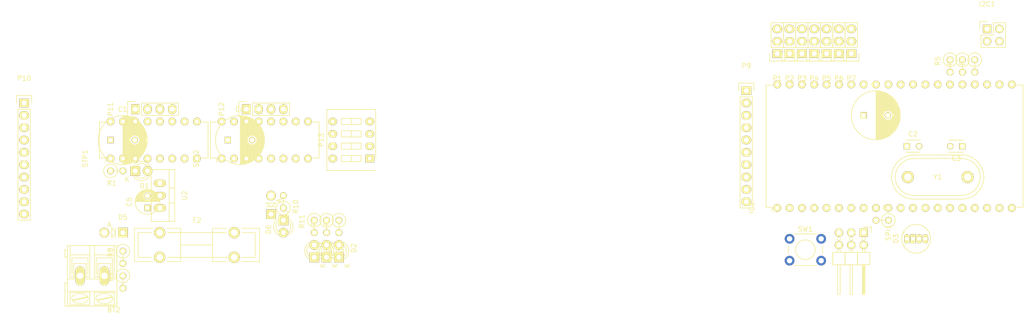
<source format=kicad_pcb>
(kicad_pcb (version 4) (host pcbnew 4.0.4+e1-6308~48~ubuntu14.04.1-stable)

  (general
    (links 133)
    (no_connects 133)
    (area 0 0 0 0)
    (thickness 1.6)
    (drawings 0)
    (tracks 0)
    (zones 0)
    (modules 47)
    (nets 71)
  )

  (page A4)
  (layers
    (0 F.Cu signal)
    (31 B.Cu signal)
    (32 B.Adhes user)
    (33 F.Adhes user)
    (34 B.Paste user)
    (35 F.Paste user)
    (36 B.SilkS user)
    (37 F.SilkS user)
    (38 B.Mask user)
    (39 F.Mask user)
    (40 Dwgs.User user)
    (41 Cmts.User user)
    (42 Eco1.User user)
    (43 Eco2.User user)
    (44 Edge.Cuts user)
    (45 Margin user)
    (46 B.CrtYd user)
    (47 F.CrtYd user)
    (48 B.Fab user)
    (49 F.Fab user)
  )

  (setup
    (last_trace_width 0.25)
    (trace_clearance 0.2)
    (zone_clearance 0.508)
    (zone_45_only no)
    (trace_min 0.2)
    (segment_width 0.2)
    (edge_width 0.15)
    (via_size 0.6)
    (via_drill 0.4)
    (via_min_size 0.4)
    (via_min_drill 0.3)
    (uvia_size 0.3)
    (uvia_drill 0.1)
    (uvias_allowed no)
    (uvia_min_size 0.2)
    (uvia_min_drill 0.1)
    (pcb_text_width 0.3)
    (pcb_text_size 1.5 1.5)
    (mod_edge_width 0.15)
    (mod_text_size 1 1)
    (mod_text_width 0.15)
    (pad_size 1.524 1.524)
    (pad_drill 0.762)
    (pad_to_mask_clearance 0.2)
    (aux_axis_origin 0 0)
    (visible_elements FFFFFF7F)
    (pcbplotparams
      (layerselection 0x00030_80000001)
      (usegerberextensions false)
      (excludeedgelayer true)
      (linewidth 0.100000)
      (plotframeref false)
      (viasonmask false)
      (mode 1)
      (useauxorigin false)
      (hpglpennumber 1)
      (hpglpenspeed 20)
      (hpglpendiameter 15)
      (hpglpenoverlay 2)
      (psnegative false)
      (psa4output false)
      (plotreference true)
      (plotvalue true)
      (plotinvisibletext false)
      (padsonsilk false)
      (subtractmaskfromsilk false)
      (outputformat 1)
      (mirror false)
      (drillshape 1)
      (scaleselection 1)
      (outputdirectory ""))
  )

  (net 0 "")
  (net 1 "Net-(BT2-Pad1)")
  (net 2 GND)
  (net 3 "Net-(C2-Pad1)")
  (net 4 "Net-(C3-Pad1)")
  (net 5 +5V)
  (net 6 "Net-(D3-Pad1)")
  (net 7 "Net-(D3-Pad3)")
  (net 8 "Net-(D3-Pad4)")
  (net 9 "Net-(D6-Pad1)")
  (net 10 /SDA)
  (net 11 /SCL)
  (net 12 /STEP0)
  (net 13 /STEP1)
  (net 14 /STEPD)
  (net 15 /STEPE)
  (net 16 /BTN)
  (net 17 /MOSI)
  (net 18 /MISO)
  (net 19 /SCK)
  (net 20 "Net-(IC1-Pad14)")
  (net 21 "Net-(IC1-Pad15)")
  (net 22 "Net-(IC1-Pad16)")
  (net 23 "Net-(IC1-Pad17)")
  (net 24 "Net-(IC1-Pad18)")
  (net 25 "Net-(IC1-Pad19)")
  (net 26 "Net-(IC1-Pad20)")
  (net 27 "Net-(IC1-Pad21)")
  (net 28 "Net-(IC1-Pad27)")
  (net 29 "Net-(IC1-Pad28)")
  (net 30 "Net-(IC1-Pad29)")
  (net 31 /VSens)
  (net 32 /SENS6)
  (net 33 /SENS5)
  (net 34 /SENS4)
  (net 35 /SENS3)
  (net 36 /SENS2)
  (net 37 /SENS1)
  (net 38 /SENS0)
  (net 39 "Net-(P9-Pad8)")
  (net 40 "Net-(P9-Pad9)")
  (net 41 "Net-(P9-Pad10)")
  (net 42 "Net-(P10-Pad8)")
  (net 43 "Net-(P10-Pad9)")
  (net 44 "Net-(P10-Pad10)")
  (net 45 "Net-(P11-Pad1)")
  (net 46 "Net-(P11-Pad2)")
  (net 47 "Net-(P11-Pad3)")
  (net 48 "Net-(P11-Pad4)")
  (net 49 "Net-(P12-Pad1)")
  (net 50 "Net-(P12-Pad2)")
  (net 51 "Net-(P12-Pad3)")
  (net 52 "Net-(P12-Pad4)")
  (net 53 "Net-(P13-Pad8)")
  (net 54 "/Power Supply/MS1")
  (net 55 "Net-(P13-Pad7)")
  (net 56 "/Power Supply/MS3")
  (net 57 "/Power Supply/MS2")
  (net 58 /RST)
  (net 59 "Net-(STP1-Pad5)")
  (net 60 "Net-(STP2-Pad5)")
  (net 61 "/Power Supply/12V")
  (net 62 "/Power Supply/5V")
  (net 63 "Net-(D1-Pad1)")
  (net 64 "Net-(D2-Pad2)")
  (net 65 "Net-(D4-Pad2)")
  (net 66 "Net-(D5-Pad1)")
  (net 67 "Net-(D8-Pad2)")
  (net 68 /LEDR)
  (net 69 /LEDG)
  (net 70 /LEDB)

  (net_class Default "This is the default net class."
    (clearance 0.2)
    (trace_width 0.25)
    (via_dia 0.6)
    (via_drill 0.4)
    (uvia_dia 0.3)
    (uvia_drill 0.1)
    (add_net +5V)
    (add_net /BTN)
    (add_net /LEDB)
    (add_net /LEDG)
    (add_net /LEDR)
    (add_net /MISO)
    (add_net /MOSI)
    (add_net "/Power Supply/12V")
    (add_net "/Power Supply/5V")
    (add_net "/Power Supply/MS1")
    (add_net "/Power Supply/MS2")
    (add_net "/Power Supply/MS3")
    (add_net /RST)
    (add_net /SCK)
    (add_net /SCL)
    (add_net /SDA)
    (add_net /SENS0)
    (add_net /SENS1)
    (add_net /SENS2)
    (add_net /SENS3)
    (add_net /SENS4)
    (add_net /SENS5)
    (add_net /SENS6)
    (add_net /STEP0)
    (add_net /STEP1)
    (add_net /STEPD)
    (add_net /STEPE)
    (add_net /VSens)
    (add_net GND)
    (add_net "Net-(BT2-Pad1)")
    (add_net "Net-(C2-Pad1)")
    (add_net "Net-(C3-Pad1)")
    (add_net "Net-(D1-Pad1)")
    (add_net "Net-(D2-Pad2)")
    (add_net "Net-(D3-Pad1)")
    (add_net "Net-(D3-Pad3)")
    (add_net "Net-(D3-Pad4)")
    (add_net "Net-(D4-Pad2)")
    (add_net "Net-(D5-Pad1)")
    (add_net "Net-(D6-Pad1)")
    (add_net "Net-(D8-Pad2)")
    (add_net "Net-(IC1-Pad14)")
    (add_net "Net-(IC1-Pad15)")
    (add_net "Net-(IC1-Pad16)")
    (add_net "Net-(IC1-Pad17)")
    (add_net "Net-(IC1-Pad18)")
    (add_net "Net-(IC1-Pad19)")
    (add_net "Net-(IC1-Pad20)")
    (add_net "Net-(IC1-Pad21)")
    (add_net "Net-(IC1-Pad27)")
    (add_net "Net-(IC1-Pad28)")
    (add_net "Net-(IC1-Pad29)")
    (add_net "Net-(P10-Pad10)")
    (add_net "Net-(P10-Pad8)")
    (add_net "Net-(P10-Pad9)")
    (add_net "Net-(P11-Pad1)")
    (add_net "Net-(P11-Pad2)")
    (add_net "Net-(P11-Pad3)")
    (add_net "Net-(P11-Pad4)")
    (add_net "Net-(P12-Pad1)")
    (add_net "Net-(P12-Pad2)")
    (add_net "Net-(P12-Pad3)")
    (add_net "Net-(P12-Pad4)")
    (add_net "Net-(P13-Pad7)")
    (add_net "Net-(P13-Pad8)")
    (add_net "Net-(P9-Pad10)")
    (add_net "Net-(P9-Pad8)")
    (add_net "Net-(P9-Pad9)")
    (add_net "Net-(STP1-Pad5)")
    (add_net "Net-(STP2-Pad5)")
  )

  (module Connect:AK300-2 (layer F.Cu) (tedit 54792136) (tstamp 57F7B36D)
    (at 54.61 119.38 180)
    (descr CONNECTOR)
    (tags CONNECTOR)
    (path /57E2FC0E/57E3198C)
    (attr virtual)
    (fp_text reference BT2 (at -1.92 -6.985 180) (layer F.SilkS)
      (effects (font (size 1 1) (thickness 0.15)))
    )
    (fp_text value "4C LiPo" (at 2.779 7.747 180) (layer F.Fab)
      (effects (font (size 1 1) (thickness 0.15)))
    )
    (fp_line (start 8.363 -6.473) (end -2.83 -6.473) (layer F.CrtYd) (width 0.05))
    (fp_line (start 8.363 6.473) (end 8.363 -6.473) (layer F.CrtYd) (width 0.05))
    (fp_line (start -2.83 6.473) (end 8.363 6.473) (layer F.CrtYd) (width 0.05))
    (fp_line (start -2.83 -6.473) (end -2.83 6.473) (layer F.CrtYd) (width 0.05))
    (fp_line (start -1.2596 2.54) (end 1.2804 2.54) (layer F.SilkS) (width 0.15))
    (fp_line (start 1.2804 2.54) (end 1.2804 -0.254) (layer F.SilkS) (width 0.15))
    (fp_line (start -1.2596 -0.254) (end 1.2804 -0.254) (layer F.SilkS) (width 0.15))
    (fp_line (start -1.2596 2.54) (end -1.2596 -0.254) (layer F.SilkS) (width 0.15))
    (fp_line (start 3.7442 2.54) (end 6.2842 2.54) (layer F.SilkS) (width 0.15))
    (fp_line (start 6.2842 2.54) (end 6.2842 -0.254) (layer F.SilkS) (width 0.15))
    (fp_line (start 3.7442 -0.254) (end 6.2842 -0.254) (layer F.SilkS) (width 0.15))
    (fp_line (start 3.7442 2.54) (end 3.7442 -0.254) (layer F.SilkS) (width 0.15))
    (fp_line (start 7.605 -6.223) (end 7.605 -3.175) (layer F.SilkS) (width 0.15))
    (fp_line (start 7.605 -6.223) (end -2.58 -6.223) (layer F.SilkS) (width 0.15))
    (fp_line (start 7.605 -6.223) (end 8.113 -6.223) (layer F.SilkS) (width 0.15))
    (fp_line (start 8.113 -6.223) (end 8.113 -1.397) (layer F.SilkS) (width 0.15))
    (fp_line (start 8.113 -1.397) (end 7.605 -1.651) (layer F.SilkS) (width 0.15))
    (fp_line (start 8.113 5.461) (end 7.605 5.207) (layer F.SilkS) (width 0.15))
    (fp_line (start 7.605 5.207) (end 7.605 6.223) (layer F.SilkS) (width 0.15))
    (fp_line (start 8.113 3.81) (end 7.605 4.064) (layer F.SilkS) (width 0.15))
    (fp_line (start 7.605 4.064) (end 7.605 5.207) (layer F.SilkS) (width 0.15))
    (fp_line (start 8.113 3.81) (end 8.113 5.461) (layer F.SilkS) (width 0.15))
    (fp_line (start 2.9822 6.223) (end 2.9822 4.318) (layer F.SilkS) (width 0.15))
    (fp_line (start 7.0462 -0.254) (end 7.0462 4.318) (layer F.SilkS) (width 0.15))
    (fp_line (start 2.9822 6.223) (end 7.0462 6.223) (layer F.SilkS) (width 0.15))
    (fp_line (start 7.0462 6.223) (end 7.605 6.223) (layer F.SilkS) (width 0.15))
    (fp_line (start 2.0424 6.223) (end 2.0424 4.318) (layer F.SilkS) (width 0.15))
    (fp_line (start 2.0424 6.223) (end 2.9822 6.223) (layer F.SilkS) (width 0.15))
    (fp_line (start -2.0216 -0.254) (end -2.0216 4.318) (layer F.SilkS) (width 0.15))
    (fp_line (start -2.58 6.223) (end -2.0216 6.223) (layer F.SilkS) (width 0.15))
    (fp_line (start -2.0216 6.223) (end 2.0424 6.223) (layer F.SilkS) (width 0.15))
    (fp_line (start 2.9822 4.318) (end 7.0462 4.318) (layer F.SilkS) (width 0.15))
    (fp_line (start 2.9822 4.318) (end 2.9822 -0.254) (layer F.SilkS) (width 0.15))
    (fp_line (start 7.0462 4.318) (end 7.0462 6.223) (layer F.SilkS) (width 0.15))
    (fp_line (start 2.0424 4.318) (end -2.0216 4.318) (layer F.SilkS) (width 0.15))
    (fp_line (start 2.0424 4.318) (end 2.0424 -0.254) (layer F.SilkS) (width 0.15))
    (fp_line (start -2.0216 4.318) (end -2.0216 6.223) (layer F.SilkS) (width 0.15))
    (fp_line (start 6.6652 3.683) (end 6.6652 0.508) (layer F.SilkS) (width 0.15))
    (fp_line (start 6.6652 3.683) (end 3.3632 3.683) (layer F.SilkS) (width 0.15))
    (fp_line (start 3.3632 3.683) (end 3.3632 0.508) (layer F.SilkS) (width 0.15))
    (fp_line (start 1.6614 3.683) (end 1.6614 0.508) (layer F.SilkS) (width 0.15))
    (fp_line (start 1.6614 3.683) (end -1.6406 3.683) (layer F.SilkS) (width 0.15))
    (fp_line (start -1.6406 3.683) (end -1.6406 0.508) (layer F.SilkS) (width 0.15))
    (fp_line (start -1.6406 0.508) (end -1.2596 0.508) (layer F.SilkS) (width 0.15))
    (fp_line (start 1.6614 0.508) (end 1.2804 0.508) (layer F.SilkS) (width 0.15))
    (fp_line (start 3.3632 0.508) (end 3.7442 0.508) (layer F.SilkS) (width 0.15))
    (fp_line (start 6.6652 0.508) (end 6.2842 0.508) (layer F.SilkS) (width 0.15))
    (fp_line (start -2.58 6.223) (end -2.58 -0.635) (layer F.SilkS) (width 0.15))
    (fp_line (start -2.58 -0.635) (end -2.58 -3.175) (layer F.SilkS) (width 0.15))
    (fp_line (start 7.605 -1.651) (end 7.605 -0.635) (layer F.SilkS) (width 0.15))
    (fp_line (start 7.605 -0.635) (end 7.605 4.064) (layer F.SilkS) (width 0.15))
    (fp_line (start -2.58 -3.175) (end 7.605 -3.175) (layer F.SilkS) (width 0.15))
    (fp_line (start -2.58 -3.175) (end -2.58 -6.223) (layer F.SilkS) (width 0.15))
    (fp_line (start 7.605 -3.175) (end 7.605 -1.651) (layer F.SilkS) (width 0.15))
    (fp_line (start 2.9822 -3.429) (end 2.9822 -5.969) (layer F.SilkS) (width 0.15))
    (fp_line (start 2.9822 -5.969) (end 7.0462 -5.969) (layer F.SilkS) (width 0.15))
    (fp_line (start 7.0462 -5.969) (end 7.0462 -3.429) (layer F.SilkS) (width 0.15))
    (fp_line (start 7.0462 -3.429) (end 2.9822 -3.429) (layer F.SilkS) (width 0.15))
    (fp_line (start 2.0424 -3.429) (end 2.0424 -5.969) (layer F.SilkS) (width 0.15))
    (fp_line (start 2.0424 -3.429) (end -2.0216 -3.429) (layer F.SilkS) (width 0.15))
    (fp_line (start -2.0216 -3.429) (end -2.0216 -5.969) (layer F.SilkS) (width 0.15))
    (fp_line (start 2.0424 -5.969) (end -2.0216 -5.969) (layer F.SilkS) (width 0.15))
    (fp_line (start 3.3886 -4.445) (end 6.4366 -5.08) (layer F.SilkS) (width 0.15))
    (fp_line (start 3.5156 -4.318) (end 6.5636 -4.953) (layer F.SilkS) (width 0.15))
    (fp_line (start -1.6152 -4.445) (end 1.43534 -5.08) (layer F.SilkS) (width 0.15))
    (fp_line (start -1.4882 -4.318) (end 1.5598 -4.953) (layer F.SilkS) (width 0.15))
    (fp_line (start -2.0216 -0.254) (end -1.6406 -0.254) (layer F.SilkS) (width 0.15))
    (fp_line (start 2.0424 -0.254) (end 1.6614 -0.254) (layer F.SilkS) (width 0.15))
    (fp_line (start 1.6614 -0.254) (end -1.6406 -0.254) (layer F.SilkS) (width 0.15))
    (fp_line (start -2.58 -0.635) (end -1.6406 -0.635) (layer F.SilkS) (width 0.15))
    (fp_line (start -1.6406 -0.635) (end 1.6614 -0.635) (layer F.SilkS) (width 0.15))
    (fp_line (start 1.6614 -0.635) (end 3.3632 -0.635) (layer F.SilkS) (width 0.15))
    (fp_line (start 7.605 -0.635) (end 6.6652 -0.635) (layer F.SilkS) (width 0.15))
    (fp_line (start 6.6652 -0.635) (end 3.3632 -0.635) (layer F.SilkS) (width 0.15))
    (fp_line (start 7.0462 -0.254) (end 6.6652 -0.254) (layer F.SilkS) (width 0.15))
    (fp_line (start 2.9822 -0.254) (end 3.3632 -0.254) (layer F.SilkS) (width 0.15))
    (fp_line (start 3.3632 -0.254) (end 6.6652 -0.254) (layer F.SilkS) (width 0.15))
    (fp_arc (start 6.0302 -4.59486) (end 6.53566 -5.05206) (angle 90.5) (layer F.SilkS) (width 0.15))
    (fp_arc (start 5.065 -6.0706) (end 6.52804 -4.11734) (angle 75.5) (layer F.SilkS) (width 0.15))
    (fp_arc (start 4.98626 -3.7084) (end 3.3886 -5.0038) (angle 100) (layer F.SilkS) (width 0.15))
    (fp_arc (start 3.8712 -4.64566) (end 3.58164 -4.1275) (angle 104.2) (layer F.SilkS) (width 0.15))
    (fp_arc (start 1.0264 -4.59486) (end 1.5344 -5.05206) (angle 90.5) (layer F.SilkS) (width 0.15))
    (fp_arc (start 0.06374 -6.0706) (end 1.52678 -4.11734) (angle 75.5) (layer F.SilkS) (width 0.15))
    (fp_arc (start -0.01246 -3.7084) (end -1.6152 -5.0038) (angle 100) (layer F.SilkS) (width 0.15))
    (fp_arc (start -1.1326 -4.64566) (end -1.41962 -4.1275) (angle 104.2) (layer F.SilkS) (width 0.15))
    (pad 1 thru_hole oval (at 0 0 180) (size 1.9812 3.9624) (drill 1.3208) (layers *.Cu F.Paste F.SilkS F.Mask)
      (net 1 "Net-(BT2-Pad1)"))
    (pad 2 thru_hole oval (at 5 0 180) (size 1.9812 3.9624) (drill 1.3208) (layers *.Cu F.Paste F.SilkS F.Mask)
      (net 2 GND))
  )

  (module Capacitors_ThroughHole:C_Radial_D10_L16_P5 (layer F.Cu) (tedit 0) (tstamp 57F7B3A8)
    (at 55.88 91.44)
    (descr "Radial Electrolytic Capacitor 10mm x Length 16mm, Pitch 5mm")
    (tags "Electrolytic Capacitor")
    (path /57E2FC0E/57E4CCD5)
    (fp_text reference C1 (at 2.5 -6.3) (layer F.SilkS)
      (effects (font (size 1 1) (thickness 0.15)))
    )
    (fp_text value 220uF (at 2.5 6.3) (layer F.Fab)
      (effects (font (size 1 1) (thickness 0.15)))
    )
    (fp_line (start 2.575 -4.999) (end 2.575 4.999) (layer F.SilkS) (width 0.15))
    (fp_line (start 2.715 -4.995) (end 2.715 4.995) (layer F.SilkS) (width 0.15))
    (fp_line (start 2.855 -4.987) (end 2.855 4.987) (layer F.SilkS) (width 0.15))
    (fp_line (start 2.995 -4.975) (end 2.995 4.975) (layer F.SilkS) (width 0.15))
    (fp_line (start 3.135 -4.96) (end 3.135 4.96) (layer F.SilkS) (width 0.15))
    (fp_line (start 3.275 -4.94) (end 3.275 4.94) (layer F.SilkS) (width 0.15))
    (fp_line (start 3.415 -4.916) (end 3.415 4.916) (layer F.SilkS) (width 0.15))
    (fp_line (start 3.555 -4.887) (end 3.555 4.887) (layer F.SilkS) (width 0.15))
    (fp_line (start 3.695 -4.855) (end 3.695 4.855) (layer F.SilkS) (width 0.15))
    (fp_line (start 3.835 -4.818) (end 3.835 4.818) (layer F.SilkS) (width 0.15))
    (fp_line (start 3.975 -4.777) (end 3.975 4.777) (layer F.SilkS) (width 0.15))
    (fp_line (start 4.115 -4.732) (end 4.115 -0.466) (layer F.SilkS) (width 0.15))
    (fp_line (start 4.115 0.466) (end 4.115 4.732) (layer F.SilkS) (width 0.15))
    (fp_line (start 4.255 -4.682) (end 4.255 -0.667) (layer F.SilkS) (width 0.15))
    (fp_line (start 4.255 0.667) (end 4.255 4.682) (layer F.SilkS) (width 0.15))
    (fp_line (start 4.395 -4.627) (end 4.395 -0.796) (layer F.SilkS) (width 0.15))
    (fp_line (start 4.395 0.796) (end 4.395 4.627) (layer F.SilkS) (width 0.15))
    (fp_line (start 4.535 -4.567) (end 4.535 -0.885) (layer F.SilkS) (width 0.15))
    (fp_line (start 4.535 0.885) (end 4.535 4.567) (layer F.SilkS) (width 0.15))
    (fp_line (start 4.675 -4.502) (end 4.675 -0.946) (layer F.SilkS) (width 0.15))
    (fp_line (start 4.675 0.946) (end 4.675 4.502) (layer F.SilkS) (width 0.15))
    (fp_line (start 4.815 -4.432) (end 4.815 -0.983) (layer F.SilkS) (width 0.15))
    (fp_line (start 4.815 0.983) (end 4.815 4.432) (layer F.SilkS) (width 0.15))
    (fp_line (start 4.955 -4.356) (end 4.955 -0.999) (layer F.SilkS) (width 0.15))
    (fp_line (start 4.955 0.999) (end 4.955 4.356) (layer F.SilkS) (width 0.15))
    (fp_line (start 5.095 -4.274) (end 5.095 -0.995) (layer F.SilkS) (width 0.15))
    (fp_line (start 5.095 0.995) (end 5.095 4.274) (layer F.SilkS) (width 0.15))
    (fp_line (start 5.235 -4.186) (end 5.235 -0.972) (layer F.SilkS) (width 0.15))
    (fp_line (start 5.235 0.972) (end 5.235 4.186) (layer F.SilkS) (width 0.15))
    (fp_line (start 5.375 -4.091) (end 5.375 -0.927) (layer F.SilkS) (width 0.15))
    (fp_line (start 5.375 0.927) (end 5.375 4.091) (layer F.SilkS) (width 0.15))
    (fp_line (start 5.515 -3.989) (end 5.515 -0.857) (layer F.SilkS) (width 0.15))
    (fp_line (start 5.515 0.857) (end 5.515 3.989) (layer F.SilkS) (width 0.15))
    (fp_line (start 5.655 -3.879) (end 5.655 -0.756) (layer F.SilkS) (width 0.15))
    (fp_line (start 5.655 0.756) (end 5.655 3.879) (layer F.SilkS) (width 0.15))
    (fp_line (start 5.795 -3.761) (end 5.795 -0.607) (layer F.SilkS) (width 0.15))
    (fp_line (start 5.795 0.607) (end 5.795 3.761) (layer F.SilkS) (width 0.15))
    (fp_line (start 5.935 -3.633) (end 5.935 -0.355) (layer F.SilkS) (width 0.15))
    (fp_line (start 5.935 0.355) (end 5.935 3.633) (layer F.SilkS) (width 0.15))
    (fp_line (start 6.075 -3.496) (end 6.075 3.496) (layer F.SilkS) (width 0.15))
    (fp_line (start 6.215 -3.346) (end 6.215 3.346) (layer F.SilkS) (width 0.15))
    (fp_line (start 6.355 -3.184) (end 6.355 3.184) (layer F.SilkS) (width 0.15))
    (fp_line (start 6.495 -3.007) (end 6.495 3.007) (layer F.SilkS) (width 0.15))
    (fp_line (start 6.635 -2.811) (end 6.635 2.811) (layer F.SilkS) (width 0.15))
    (fp_line (start 6.775 -2.593) (end 6.775 2.593) (layer F.SilkS) (width 0.15))
    (fp_line (start 6.915 -2.347) (end 6.915 2.347) (layer F.SilkS) (width 0.15))
    (fp_line (start 7.055 -2.062) (end 7.055 2.062) (layer F.SilkS) (width 0.15))
    (fp_line (start 7.195 -1.72) (end 7.195 1.72) (layer F.SilkS) (width 0.15))
    (fp_line (start 7.335 -1.274) (end 7.335 1.274) (layer F.SilkS) (width 0.15))
    (fp_line (start 7.475 -0.499) (end 7.475 0.499) (layer F.SilkS) (width 0.15))
    (fp_circle (center 5 0) (end 5 -1) (layer F.SilkS) (width 0.15))
    (fp_circle (center 2.5 0) (end 2.5 -5.0375) (layer F.SilkS) (width 0.15))
    (fp_circle (center 2.5 0) (end 2.5 -5.3) (layer F.CrtYd) (width 0.05))
    (pad 1 thru_hole rect (at 0 0) (size 1.3 1.3) (drill 0.8) (layers *.Cu *.Mask F.SilkS)
      (net 61 "/Power Supply/12V"))
    (pad 2 thru_hole circle (at 5 0) (size 1.3 1.3) (drill 0.8) (layers *.Cu *.Mask F.SilkS)
      (net 2 GND))
    (model Capacitors_ThroughHole.3dshapes/C_Radial_D10_L16_P5.wrl
      (at (xyz 0.0984252 0 0))
      (scale (xyz 1 1 1))
      (rotate (xyz 0 0 90))
    )
  )

  (module Capacitors_ThroughHole:C_Disc_D3_P2.5 (layer F.Cu) (tedit 0) (tstamp 57F7B3B4)
    (at 219.71 92.71)
    (descr "Capacitor 3mm Disc, Pitch 2.5mm")
    (tags Capacitor)
    (path /57B9C354)
    (fp_text reference C2 (at 1.25 -2.5) (layer F.SilkS)
      (effects (font (size 1 1) (thickness 0.15)))
    )
    (fp_text value 56pF (at 1.25 2.5) (layer F.Fab)
      (effects (font (size 1 1) (thickness 0.15)))
    )
    (fp_line (start -0.9 -1.5) (end 3.4 -1.5) (layer F.CrtYd) (width 0.05))
    (fp_line (start 3.4 -1.5) (end 3.4 1.5) (layer F.CrtYd) (width 0.05))
    (fp_line (start 3.4 1.5) (end -0.9 1.5) (layer F.CrtYd) (width 0.05))
    (fp_line (start -0.9 1.5) (end -0.9 -1.5) (layer F.CrtYd) (width 0.05))
    (fp_line (start -0.25 -1.25) (end 2.75 -1.25) (layer F.SilkS) (width 0.15))
    (fp_line (start 2.75 1.25) (end -0.25 1.25) (layer F.SilkS) (width 0.15))
    (pad 1 thru_hole rect (at 0 0) (size 1.3 1.3) (drill 0.8) (layers *.Cu *.Mask F.SilkS)
      (net 3 "Net-(C2-Pad1)"))
    (pad 2 thru_hole circle (at 2.5 0) (size 1.3 1.3) (drill 0.8001) (layers *.Cu *.Mask F.SilkS)
      (net 2 GND))
    (model Capacitors_ThroughHole.3dshapes/C_Disc_D3_P2.5.wrl
      (at (xyz 0.0492126 0 0))
      (scale (xyz 1 1 1))
      (rotate (xyz 0 0 0))
    )
  )

  (module Capacitors_ThroughHole:C_Disc_D3_P2.5 (layer F.Cu) (tedit 0) (tstamp 57F7B3C0)
    (at 231.14 92.71 180)
    (descr "Capacitor 3mm Disc, Pitch 2.5mm")
    (tags Capacitor)
    (path /57B9C39D)
    (fp_text reference C3 (at 1.25 -2.5 180) (layer F.SilkS)
      (effects (font (size 1 1) (thickness 0.15)))
    )
    (fp_text value 56pF (at 1.25 2.5 180) (layer F.Fab)
      (effects (font (size 1 1) (thickness 0.15)))
    )
    (fp_line (start -0.9 -1.5) (end 3.4 -1.5) (layer F.CrtYd) (width 0.05))
    (fp_line (start 3.4 -1.5) (end 3.4 1.5) (layer F.CrtYd) (width 0.05))
    (fp_line (start 3.4 1.5) (end -0.9 1.5) (layer F.CrtYd) (width 0.05))
    (fp_line (start -0.9 1.5) (end -0.9 -1.5) (layer F.CrtYd) (width 0.05))
    (fp_line (start -0.25 -1.25) (end 2.75 -1.25) (layer F.SilkS) (width 0.15))
    (fp_line (start 2.75 1.25) (end -0.25 1.25) (layer F.SilkS) (width 0.15))
    (pad 1 thru_hole rect (at 0 0 180) (size 1.3 1.3) (drill 0.8) (layers *.Cu *.Mask F.SilkS)
      (net 4 "Net-(C3-Pad1)"))
    (pad 2 thru_hole circle (at 2.5 0 180) (size 1.3 1.3) (drill 0.8001) (layers *.Cu *.Mask F.SilkS)
      (net 2 GND))
    (model Capacitors_ThroughHole.3dshapes/C_Disc_D3_P2.5.wrl
      (at (xyz 0.0492126 0 0))
      (scale (xyz 1 1 1))
      (rotate (xyz 0 0 0))
    )
  )

  (module Capacitors_ThroughHole:C_Radial_D10_L16_P5 (layer F.Cu) (tedit 0) (tstamp 57F7B3FB)
    (at 210.82 86.36)
    (descr "Radial Electrolytic Capacitor 10mm x Length 16mm, Pitch 5mm")
    (tags "Electrolytic Capacitor")
    (path /57B9B4A8)
    (fp_text reference C4 (at 2.5 -6.3) (layer F.SilkS)
      (effects (font (size 1 1) (thickness 0.15)))
    )
    (fp_text value C_Small (at 2.5 6.3) (layer F.Fab)
      (effects (font (size 1 1) (thickness 0.15)))
    )
    (fp_line (start 2.575 -4.999) (end 2.575 4.999) (layer F.SilkS) (width 0.15))
    (fp_line (start 2.715 -4.995) (end 2.715 4.995) (layer F.SilkS) (width 0.15))
    (fp_line (start 2.855 -4.987) (end 2.855 4.987) (layer F.SilkS) (width 0.15))
    (fp_line (start 2.995 -4.975) (end 2.995 4.975) (layer F.SilkS) (width 0.15))
    (fp_line (start 3.135 -4.96) (end 3.135 4.96) (layer F.SilkS) (width 0.15))
    (fp_line (start 3.275 -4.94) (end 3.275 4.94) (layer F.SilkS) (width 0.15))
    (fp_line (start 3.415 -4.916) (end 3.415 4.916) (layer F.SilkS) (width 0.15))
    (fp_line (start 3.555 -4.887) (end 3.555 4.887) (layer F.SilkS) (width 0.15))
    (fp_line (start 3.695 -4.855) (end 3.695 4.855) (layer F.SilkS) (width 0.15))
    (fp_line (start 3.835 -4.818) (end 3.835 4.818) (layer F.SilkS) (width 0.15))
    (fp_line (start 3.975 -4.777) (end 3.975 4.777) (layer F.SilkS) (width 0.15))
    (fp_line (start 4.115 -4.732) (end 4.115 -0.466) (layer F.SilkS) (width 0.15))
    (fp_line (start 4.115 0.466) (end 4.115 4.732) (layer F.SilkS) (width 0.15))
    (fp_line (start 4.255 -4.682) (end 4.255 -0.667) (layer F.SilkS) (width 0.15))
    (fp_line (start 4.255 0.667) (end 4.255 4.682) (layer F.SilkS) (width 0.15))
    (fp_line (start 4.395 -4.627) (end 4.395 -0.796) (layer F.SilkS) (width 0.15))
    (fp_line (start 4.395 0.796) (end 4.395 4.627) (layer F.SilkS) (width 0.15))
    (fp_line (start 4.535 -4.567) (end 4.535 -0.885) (layer F.SilkS) (width 0.15))
    (fp_line (start 4.535 0.885) (end 4.535 4.567) (layer F.SilkS) (width 0.15))
    (fp_line (start 4.675 -4.502) (end 4.675 -0.946) (layer F.SilkS) (width 0.15))
    (fp_line (start 4.675 0.946) (end 4.675 4.502) (layer F.SilkS) (width 0.15))
    (fp_line (start 4.815 -4.432) (end 4.815 -0.983) (layer F.SilkS) (width 0.15))
    (fp_line (start 4.815 0.983) (end 4.815 4.432) (layer F.SilkS) (width 0.15))
    (fp_line (start 4.955 -4.356) (end 4.955 -0.999) (layer F.SilkS) (width 0.15))
    (fp_line (start 4.955 0.999) (end 4.955 4.356) (layer F.SilkS) (width 0.15))
    (fp_line (start 5.095 -4.274) (end 5.095 -0.995) (layer F.SilkS) (width 0.15))
    (fp_line (start 5.095 0.995) (end 5.095 4.274) (layer F.SilkS) (width 0.15))
    (fp_line (start 5.235 -4.186) (end 5.235 -0.972) (layer F.SilkS) (width 0.15))
    (fp_line (start 5.235 0.972) (end 5.235 4.186) (layer F.SilkS) (width 0.15))
    (fp_line (start 5.375 -4.091) (end 5.375 -0.927) (layer F.SilkS) (width 0.15))
    (fp_line (start 5.375 0.927) (end 5.375 4.091) (layer F.SilkS) (width 0.15))
    (fp_line (start 5.515 -3.989) (end 5.515 -0.857) (layer F.SilkS) (width 0.15))
    (fp_line (start 5.515 0.857) (end 5.515 3.989) (layer F.SilkS) (width 0.15))
    (fp_line (start 5.655 -3.879) (end 5.655 -0.756) (layer F.SilkS) (width 0.15))
    (fp_line (start 5.655 0.756) (end 5.655 3.879) (layer F.SilkS) (width 0.15))
    (fp_line (start 5.795 -3.761) (end 5.795 -0.607) (layer F.SilkS) (width 0.15))
    (fp_line (start 5.795 0.607) (end 5.795 3.761) (layer F.SilkS) (width 0.15))
    (fp_line (start 5.935 -3.633) (end 5.935 -0.355) (layer F.SilkS) (width 0.15))
    (fp_line (start 5.935 0.355) (end 5.935 3.633) (layer F.SilkS) (width 0.15))
    (fp_line (start 6.075 -3.496) (end 6.075 3.496) (layer F.SilkS) (width 0.15))
    (fp_line (start 6.215 -3.346) (end 6.215 3.346) (layer F.SilkS) (width 0.15))
    (fp_line (start 6.355 -3.184) (end 6.355 3.184) (layer F.SilkS) (width 0.15))
    (fp_line (start 6.495 -3.007) (end 6.495 3.007) (layer F.SilkS) (width 0.15))
    (fp_line (start 6.635 -2.811) (end 6.635 2.811) (layer F.SilkS) (width 0.15))
    (fp_line (start 6.775 -2.593) (end 6.775 2.593) (layer F.SilkS) (width 0.15))
    (fp_line (start 6.915 -2.347) (end 6.915 2.347) (layer F.SilkS) (width 0.15))
    (fp_line (start 7.055 -2.062) (end 7.055 2.062) (layer F.SilkS) (width 0.15))
    (fp_line (start 7.195 -1.72) (end 7.195 1.72) (layer F.SilkS) (width 0.15))
    (fp_line (start 7.335 -1.274) (end 7.335 1.274) (layer F.SilkS) (width 0.15))
    (fp_line (start 7.475 -0.499) (end 7.475 0.499) (layer F.SilkS) (width 0.15))
    (fp_circle (center 5 0) (end 5 -1) (layer F.SilkS) (width 0.15))
    (fp_circle (center 2.5 0) (end 2.5 -5.0375) (layer F.SilkS) (width 0.15))
    (fp_circle (center 2.5 0) (end 2.5 -5.3) (layer F.CrtYd) (width 0.05))
    (pad 1 thru_hole rect (at 0 0) (size 1.3 1.3) (drill 0.8) (layers *.Cu *.Mask F.SilkS)
      (net 5 +5V))
    (pad 2 thru_hole circle (at 5 0) (size 1.3 1.3) (drill 0.8) (layers *.Cu *.Mask F.SilkS)
      (net 2 GND))
    (model Capacitors_ThroughHole.3dshapes/C_Radial_D10_L16_P5.wrl
      (at (xyz 0.0984252 0 0))
      (scale (xyz 1 1 1))
      (rotate (xyz 0 0 90))
    )
  )

  (module Capacitors_ThroughHole:C_Radial_D10_L16_P5 (layer F.Cu) (tedit 0) (tstamp 57F7B471)
    (at 80.01 91.44)
    (descr "Radial Electrolytic Capacitor 10mm x Length 16mm, Pitch 5mm")
    (tags "Electrolytic Capacitor")
    (path /57E2FC0E/57E4CE04)
    (fp_text reference C6 (at 2.5 -6.3) (layer F.SilkS)
      (effects (font (size 1 1) (thickness 0.15)))
    )
    (fp_text value 220uF (at 2.5 6.3) (layer F.Fab)
      (effects (font (size 1 1) (thickness 0.15)))
    )
    (fp_line (start 2.575 -4.999) (end 2.575 4.999) (layer F.SilkS) (width 0.15))
    (fp_line (start 2.715 -4.995) (end 2.715 4.995) (layer F.SilkS) (width 0.15))
    (fp_line (start 2.855 -4.987) (end 2.855 4.987) (layer F.SilkS) (width 0.15))
    (fp_line (start 2.995 -4.975) (end 2.995 4.975) (layer F.SilkS) (width 0.15))
    (fp_line (start 3.135 -4.96) (end 3.135 4.96) (layer F.SilkS) (width 0.15))
    (fp_line (start 3.275 -4.94) (end 3.275 4.94) (layer F.SilkS) (width 0.15))
    (fp_line (start 3.415 -4.916) (end 3.415 4.916) (layer F.SilkS) (width 0.15))
    (fp_line (start 3.555 -4.887) (end 3.555 4.887) (layer F.SilkS) (width 0.15))
    (fp_line (start 3.695 -4.855) (end 3.695 4.855) (layer F.SilkS) (width 0.15))
    (fp_line (start 3.835 -4.818) (end 3.835 4.818) (layer F.SilkS) (width 0.15))
    (fp_line (start 3.975 -4.777) (end 3.975 4.777) (layer F.SilkS) (width 0.15))
    (fp_line (start 4.115 -4.732) (end 4.115 -0.466) (layer F.SilkS) (width 0.15))
    (fp_line (start 4.115 0.466) (end 4.115 4.732) (layer F.SilkS) (width 0.15))
    (fp_line (start 4.255 -4.682) (end 4.255 -0.667) (layer F.SilkS) (width 0.15))
    (fp_line (start 4.255 0.667) (end 4.255 4.682) (layer F.SilkS) (width 0.15))
    (fp_line (start 4.395 -4.627) (end 4.395 -0.796) (layer F.SilkS) (width 0.15))
    (fp_line (start 4.395 0.796) (end 4.395 4.627) (layer F.SilkS) (width 0.15))
    (fp_line (start 4.535 -4.567) (end 4.535 -0.885) (layer F.SilkS) (width 0.15))
    (fp_line (start 4.535 0.885) (end 4.535 4.567) (layer F.SilkS) (width 0.15))
    (fp_line (start 4.675 -4.502) (end 4.675 -0.946) (layer F.SilkS) (width 0.15))
    (fp_line (start 4.675 0.946) (end 4.675 4.502) (layer F.SilkS) (width 0.15))
    (fp_line (start 4.815 -4.432) (end 4.815 -0.983) (layer F.SilkS) (width 0.15))
    (fp_line (start 4.815 0.983) (end 4.815 4.432) (layer F.SilkS) (width 0.15))
    (fp_line (start 4.955 -4.356) (end 4.955 -0.999) (layer F.SilkS) (width 0.15))
    (fp_line (start 4.955 0.999) (end 4.955 4.356) (layer F.SilkS) (width 0.15))
    (fp_line (start 5.095 -4.274) (end 5.095 -0.995) (layer F.SilkS) (width 0.15))
    (fp_line (start 5.095 0.995) (end 5.095 4.274) (layer F.SilkS) (width 0.15))
    (fp_line (start 5.235 -4.186) (end 5.235 -0.972) (layer F.SilkS) (width 0.15))
    (fp_line (start 5.235 0.972) (end 5.235 4.186) (layer F.SilkS) (width 0.15))
    (fp_line (start 5.375 -4.091) (end 5.375 -0.927) (layer F.SilkS) (width 0.15))
    (fp_line (start 5.375 0.927) (end 5.375 4.091) (layer F.SilkS) (width 0.15))
    (fp_line (start 5.515 -3.989) (end 5.515 -0.857) (layer F.SilkS) (width 0.15))
    (fp_line (start 5.515 0.857) (end 5.515 3.989) (layer F.SilkS) (width 0.15))
    (fp_line (start 5.655 -3.879) (end 5.655 -0.756) (layer F.SilkS) (width 0.15))
    (fp_line (start 5.655 0.756) (end 5.655 3.879) (layer F.SilkS) (width 0.15))
    (fp_line (start 5.795 -3.761) (end 5.795 -0.607) (layer F.SilkS) (width 0.15))
    (fp_line (start 5.795 0.607) (end 5.795 3.761) (layer F.SilkS) (width 0.15))
    (fp_line (start 5.935 -3.633) (end 5.935 -0.355) (layer F.SilkS) (width 0.15))
    (fp_line (start 5.935 0.355) (end 5.935 3.633) (layer F.SilkS) (width 0.15))
    (fp_line (start 6.075 -3.496) (end 6.075 3.496) (layer F.SilkS) (width 0.15))
    (fp_line (start 6.215 -3.346) (end 6.215 3.346) (layer F.SilkS) (width 0.15))
    (fp_line (start 6.355 -3.184) (end 6.355 3.184) (layer F.SilkS) (width 0.15))
    (fp_line (start 6.495 -3.007) (end 6.495 3.007) (layer F.SilkS) (width 0.15))
    (fp_line (start 6.635 -2.811) (end 6.635 2.811) (layer F.SilkS) (width 0.15))
    (fp_line (start 6.775 -2.593) (end 6.775 2.593) (layer F.SilkS) (width 0.15))
    (fp_line (start 6.915 -2.347) (end 6.915 2.347) (layer F.SilkS) (width 0.15))
    (fp_line (start 7.055 -2.062) (end 7.055 2.062) (layer F.SilkS) (width 0.15))
    (fp_line (start 7.195 -1.72) (end 7.195 1.72) (layer F.SilkS) (width 0.15))
    (fp_line (start 7.335 -1.274) (end 7.335 1.274) (layer F.SilkS) (width 0.15))
    (fp_line (start 7.475 -0.499) (end 7.475 0.499) (layer F.SilkS) (width 0.15))
    (fp_circle (center 5 0) (end 5 -1) (layer F.SilkS) (width 0.15))
    (fp_circle (center 2.5 0) (end 2.5 -5.0375) (layer F.SilkS) (width 0.15))
    (fp_circle (center 2.5 0) (end 2.5 -5.3) (layer F.CrtYd) (width 0.05))
    (pad 1 thru_hole rect (at 0 0) (size 1.3 1.3) (drill 0.8) (layers *.Cu *.Mask F.SilkS)
      (net 61 "/Power Supply/12V"))
    (pad 2 thru_hole circle (at 5 0) (size 1.3 1.3) (drill 0.8) (layers *.Cu *.Mask F.SilkS)
      (net 2 GND))
    (model Capacitors_ThroughHole.3dshapes/C_Radial_D10_L16_P5.wrl
      (at (xyz 0.0984252 0 0))
      (scale (xyz 1 1 1))
      (rotate (xyz 0 0 90))
    )
  )

  (module LEDs:LED-RGB-5MM_Common_Cathode (layer F.Cu) (tedit 55A0859C) (tstamp 57F7B47D)
    (at 219.71 111.76 90)
    (descr "5mm common cathode RGB LED")
    (tags "RGB LED 5mm Common Cathode")
    (path /57B9E648)
    (fp_text reference D3 (at 0 -2.25 90) (layer F.SilkS)
      (effects (font (size 1 1) (thickness 0.15)))
    )
    (fp_text value LED_RCBG (at 0 6.25 90) (layer F.Fab)
      (effects (font (size 1 1) (thickness 0.15)))
    )
    (fp_circle (center 0 1.905) (end 3.2 1.905) (layer F.CrtYd) (width 0.05))
    (fp_line (start -1.1 -0.595) (end -1.55 -0.595) (layer F.SilkS) (width 0.15))
    (fp_circle (center 0 1.905) (end 2.95 1.905) (layer F.SilkS) (width 0.15))
    (fp_line (start 1.1 -0.595) (end 1.55 -0.595) (layer F.SilkS) (width 0.15))
    (pad 1 thru_hole oval (at 0 0 90) (size 1.905 1.1176) (drill 0.762) (layers *.Cu *.Mask F.SilkS)
      (net 6 "Net-(D3-Pad1)"))
    (pad 2 thru_hole rect (at 0 1.27 90) (size 1.905 1.1176) (drill 0.762) (layers *.Cu *.Mask F.SilkS)
      (net 2 GND))
    (pad 3 thru_hole oval (at 0 2.54 90) (size 1.905 1.1176) (drill 0.762) (layers *.Cu *.Mask F.SilkS)
      (net 7 "Net-(D3-Pad3)"))
    (pad 4 thru_hole oval (at 0 3.81 90) (size 1.905 1.1176) (drill 0.762) (layers *.Cu *.Mask F.SilkS)
      (net 8 "Net-(D3-Pad4)"))
  )

  (module Diodes_ThroughHole:Diode_DO-41_SOD81_Vertical_AnodeUp (layer F.Cu) (tedit 5538ACB1) (tstamp 57F7B488)
    (at 58.42 110.49 180)
    (descr "Diode, DO-41, SOD81, Vertical, Anode Up,")
    (tags "Diode, DO-41, SOD81, Vertical, Anode Up, 1N4007, SB140,")
    (path /57E2FC0E/57E31993)
    (fp_text reference D5 (at 0 3.175 180) (layer F.SilkS)
      (effects (font (size 1 1) (thickness 0.15)))
    )
    (fp_text value D (at 0.05 -2 180) (layer F.Fab)
      (effects (font (size 1 1) (thickness 0.15)))
    )
    (fp_text user A (at 2.794 1.651 180) (layer F.SilkS)
      (effects (font (size 1 1) (thickness 0.15)))
    )
    (fp_line (start 1.524 0) (end 2.286 1.016) (layer F.SilkS) (width 0.15))
    (fp_line (start 1.524 0) (end 2.286 -1.016) (layer F.SilkS) (width 0.15))
    (fp_line (start 1.524 -1.016) (end 1.524 1.016) (layer F.SilkS) (width 0.15))
    (fp_line (start 2.286 -1.016) (end 2.286 1.016) (layer F.SilkS) (width 0.15))
    (pad 2 thru_hole circle (at 3.81 0 180) (size 1.99898 1.99898) (drill 1.27) (layers *.Cu *.Mask F.SilkS)
      (net 1 "Net-(BT2-Pad1)"))
    (pad 1 thru_hole rect (at 0 0 180) (size 1.99898 1.99898) (drill 1.00076) (layers *.Cu *.Mask F.SilkS)
      (net 66 "Net-(D5-Pad1)"))
  )

  (module LEDs:LED-3MM (layer F.Cu) (tedit 559B82F6) (tstamp 57F7B499)
    (at 91.44 107.95 270)
    (descr "LED 3mm round vertical")
    (tags "LED  3mm round vertical")
    (path /57E2FC0E/57E3199A)
    (fp_text reference D6 (at 1.91 3.06 270) (layer F.SilkS)
      (effects (font (size 1 1) (thickness 0.15)))
    )
    (fp_text value LED (at 1.3 -2.9 270) (layer F.Fab)
      (effects (font (size 1 1) (thickness 0.15)))
    )
    (fp_line (start -1.2 2.3) (end 3.8 2.3) (layer F.CrtYd) (width 0.05))
    (fp_line (start 3.8 2.3) (end 3.8 -2.2) (layer F.CrtYd) (width 0.05))
    (fp_line (start 3.8 -2.2) (end -1.2 -2.2) (layer F.CrtYd) (width 0.05))
    (fp_line (start -1.2 -2.2) (end -1.2 2.3) (layer F.CrtYd) (width 0.05))
    (fp_line (start -0.199 1.314) (end -0.199 1.114) (layer F.SilkS) (width 0.15))
    (fp_line (start -0.199 -1.28) (end -0.199 -1.1) (layer F.SilkS) (width 0.15))
    (fp_arc (start 1.301 0.034) (end -0.199 -1.286) (angle 108.5) (layer F.SilkS) (width 0.15))
    (fp_arc (start 1.301 0.034) (end 0.25 -1.1) (angle 85.7) (layer F.SilkS) (width 0.15))
    (fp_arc (start 1.311 0.034) (end 3.051 0.994) (angle 110) (layer F.SilkS) (width 0.15))
    (fp_arc (start 1.301 0.034) (end 2.335 1.094) (angle 87.5) (layer F.SilkS) (width 0.15))
    (fp_text user K (at -1.69 1.74 270) (layer F.SilkS)
      (effects (font (size 1 1) (thickness 0.15)))
    )
    (pad 1 thru_hole rect (at 0 0) (size 2 2) (drill 1.00076) (layers *.Cu *.Mask F.SilkS)
      (net 9 "Net-(D6-Pad1)"))
    (pad 2 thru_hole circle (at 2.54 0 270) (size 2 2) (drill 1.00076) (layers *.Cu *.Mask F.SilkS)
      (net 62 "/Power Supply/5V"))
    (model LEDs.3dshapes/LED-3MM.wrl
      (at (xyz 0.05 0 0))
      (scale (xyz 1 1 1))
      (rotate (xyz 0 0 90))
    )
  )

  (module Diodes_ThroughHole:Diode_DO-41_SOD81_Vertical_AnodeUp (layer F.Cu) (tedit 5538ACB1) (tstamp 57F7B4A4)
    (at 88.9 106.68 90)
    (descr "Diode, DO-41, SOD81, Vertical, Anode Up,")
    (tags "Diode, DO-41, SOD81, Vertical, Anode Up, 1N4007, SB140,")
    (path /57E2FC0E/57E319C5)
    (fp_text reference D7 (at 0 3.175 90) (layer F.SilkS)
      (effects (font (size 1 1) (thickness 0.15)))
    )
    (fp_text value >6.8V (at 0.05 -2 90) (layer F.Fab)
      (effects (font (size 1 1) (thickness 0.15)))
    )
    (fp_text user A (at 2.794 1.651 90) (layer F.SilkS)
      (effects (font (size 1 1) (thickness 0.15)))
    )
    (fp_line (start 1.524 0) (end 2.286 1.016) (layer F.SilkS) (width 0.15))
    (fp_line (start 1.524 0) (end 2.286 -1.016) (layer F.SilkS) (width 0.15))
    (fp_line (start 1.524 -1.016) (end 1.524 1.016) (layer F.SilkS) (width 0.15))
    (fp_line (start 2.286 -1.016) (end 2.286 1.016) (layer F.SilkS) (width 0.15))
    (pad 2 thru_hole circle (at 3.81 0 90) (size 1.99898 1.99898) (drill 1.27) (layers *.Cu *.Mask F.SilkS)
      (net 2 GND))
    (pad 1 thru_hole rect (at 0 0 90) (size 1.99898 1.99898) (drill 1.00076) (layers *.Cu *.Mask F.SilkS)
      (net 62 "/Power Supply/5V"))
  )

  (module Fuse_Holders_and_Fuses:Fuseholder5x20_horiz_open_lateral_Type-II (layer F.Cu) (tedit 0) (tstamp 57F7B4CC)
    (at 73.66 113.03)
    (descr "Fuseholder, 5x20, open, horizontal, Type-II, lateral,")
    (tags "Fuseholder, 5x20, open, horizontal, Type-II, lateral, Sicherungshalter, offen,")
    (path /57E2FC0E/57E319BD)
    (fp_text reference F2 (at 0 -5.08) (layer F.SilkS)
      (effects (font (size 1 1) (thickness 0.15)))
    )
    (fp_text value "2A Fuse" (at -1.27 6.35) (layer F.Fab)
      (effects (font (size 1 1) (thickness 0.15)))
    )
    (fp_line (start 3.2512 0) (end -3.2512 0) (layer F.SilkS) (width 0.15))
    (fp_line (start 12.86764 3.429) (end 9.05764 3.429) (layer F.SilkS) (width 0.15))
    (fp_line (start 3.21564 3.429) (end 6.26364 3.429) (layer F.SilkS) (width 0.15))
    (fp_line (start 5.715 2.54) (end 8.382 2.54) (layer F.SilkS) (width 0.15))
    (fp_line (start 11.97864 2.54) (end 9.31164 2.54) (layer F.SilkS) (width 0.15))
    (fp_line (start 3.21564 -2.54) (end 6.00964 -2.54) (layer F.SilkS) (width 0.15))
    (fp_line (start 11.9761 -2.54) (end 9.3091 -2.54) (layer F.SilkS) (width 0.15))
    (fp_line (start 12.86764 -3.429) (end 9.18464 -3.429) (layer F.SilkS) (width 0.15))
    (fp_line (start 3.21564 -3.429) (end 6.13664 -3.429) (layer F.SilkS) (width 0.15))
    (fp_line (start -12.86764 3.429) (end -9.18464 3.429) (layer F.SilkS) (width 0.15))
    (fp_line (start -3.34264 3.429) (end -6.13664 3.429) (layer F.SilkS) (width 0.15))
    (fp_line (start -5.88264 2.54) (end -6.00964 2.54) (layer F.SilkS) (width 0.15))
    (fp_line (start -5.88264 2.54) (end -3.34264 2.54) (layer F.SilkS) (width 0.15))
    (fp_line (start -12.10564 2.54) (end -9.31164 2.54) (layer F.SilkS) (width 0.15))
    (fp_line (start -12.86764 -3.429) (end -9.05764 -3.429) (layer F.SilkS) (width 0.15))
    (fp_line (start -3.34264 -3.429) (end -6.13664 -3.429) (layer F.SilkS) (width 0.15))
    (fp_line (start -3.34264 -2.54) (end -6.00964 -2.54) (layer F.SilkS) (width 0.15))
    (fp_line (start -12.10564 -2.54) (end -9.31164 -2.54) (layer F.SilkS) (width 0.15))
    (fp_line (start 12.86764 -3.429) (end 12.86764 3.429) (layer F.SilkS) (width 0.15))
    (fp_line (start 3.21564 3.429) (end 3.21564 2.54) (layer F.SilkS) (width 0.15))
    (fp_line (start 3.21564 -3.429) (end 3.21564 -2.54) (layer F.SilkS) (width 0.15))
    (fp_line (start -12.86764 -3.429) (end -12.86764 3.429) (layer F.SilkS) (width 0.15))
    (fp_line (start -3.34264 3.429) (end -3.34264 2.54) (layer F.SilkS) (width 0.15))
    (fp_line (start -3.34264 -3.429) (end -3.34264 -2.413) (layer F.SilkS) (width 0.15))
    (fp_line (start 5.715 2.54) (end -5.969 2.54) (layer F.SilkS) (width 0.15))
    (fp_line (start -5.842 -2.54) (end 5.715 -2.54) (layer F.SilkS) (width 0.15))
    (fp_line (start -3.34264 0) (end -3.34264 -2.54) (layer F.SilkS) (width 0.15))
    (fp_line (start -12.1031 -2.54) (end -12.1031 2.54) (layer F.SilkS) (width 0.15))
    (fp_line (start -3.34264 2.54) (end -3.34264 0) (layer F.SilkS) (width 0.15))
    (fp_line (start 3.21564 0) (end 3.21564 -2.54) (layer F.SilkS) (width 0.15))
    (fp_line (start 11.9761 -2.54) (end 11.9761 2.54) (layer F.SilkS) (width 0.15))
    (fp_line (start 3.21564 2.54) (end 3.21564 0) (layer F.SilkS) (width 0.15))
    (pad 2 thru_hole circle (at 7.66064 -2.54) (size 2.3495 2.3495) (drill 1.34874) (layers *.Cu *.Mask F.SilkS)
      (net 61 "/Power Supply/12V"))
    (pad 2 thru_hole circle (at 7.66064 2.54) (size 2.3495 2.3495) (drill 1.34874) (layers *.Cu *.Mask F.SilkS)
      (net 61 "/Power Supply/12V"))
    (pad 1 thru_hole circle (at -7.66064 -2.54) (size 2.3495 2.3495) (drill 1.34874) (layers *.Cu *.Mask F.SilkS)
      (net 66 "Net-(D5-Pad1)"))
    (pad 1 thru_hole circle (at -7.66064 2.54) (size 2.3495 2.3495) (drill 1.34874) (layers *.Cu *.Mask F.SilkS)
      (net 66 "Net-(D5-Pad1)"))
  )

  (module Pin_Headers:Pin_Header_Straight_2x02 (layer F.Cu) (tedit 0) (tstamp 57F7B4E0)
    (at 236.22 68.58)
    (descr "Through hole pin header")
    (tags "pin header")
    (path /57DB5F44)
    (fp_text reference I2C1 (at 0 -5.1) (layer F.SilkS)
      (effects (font (size 1 1) (thickness 0.15)))
    )
    (fp_text value CONN_02X02 (at 0 -3.1) (layer F.Fab)
      (effects (font (size 1 1) (thickness 0.15)))
    )
    (fp_line (start -1.75 -1.75) (end -1.75 4.3) (layer F.CrtYd) (width 0.05))
    (fp_line (start 4.3 -1.75) (end 4.3 4.3) (layer F.CrtYd) (width 0.05))
    (fp_line (start -1.75 -1.75) (end 4.3 -1.75) (layer F.CrtYd) (width 0.05))
    (fp_line (start -1.75 4.3) (end 4.3 4.3) (layer F.CrtYd) (width 0.05))
    (fp_line (start -1.55 0) (end -1.55 -1.55) (layer F.SilkS) (width 0.15))
    (fp_line (start 0 -1.55) (end -1.55 -1.55) (layer F.SilkS) (width 0.15))
    (fp_line (start -1.27 1.27) (end 1.27 1.27) (layer F.SilkS) (width 0.15))
    (fp_line (start 1.27 1.27) (end 1.27 -1.27) (layer F.SilkS) (width 0.15))
    (fp_line (start 1.27 -1.27) (end 3.81 -1.27) (layer F.SilkS) (width 0.15))
    (fp_line (start 3.81 -1.27) (end 3.81 3.81) (layer F.SilkS) (width 0.15))
    (fp_line (start 3.81 3.81) (end -1.27 3.81) (layer F.SilkS) (width 0.15))
    (fp_line (start -1.27 3.81) (end -1.27 1.27) (layer F.SilkS) (width 0.15))
    (pad 1 thru_hole rect (at 0 0) (size 1.7272 1.7272) (drill 1.016) (layers *.Cu *.Mask F.SilkS)
      (net 10 /SDA))
    (pad 2 thru_hole oval (at 2.54 0) (size 1.7272 1.7272) (drill 1.016) (layers *.Cu *.Mask F.SilkS)
      (net 11 /SCL))
    (pad 3 thru_hole oval (at 0 2.54) (size 1.7272 1.7272) (drill 1.016) (layers *.Cu *.Mask F.SilkS)
      (net 5 +5V))
    (pad 4 thru_hole oval (at 2.54 2.54) (size 1.7272 1.7272) (drill 1.016) (layers *.Cu *.Mask F.SilkS)
      (net 2 GND))
    (model Pin_Headers.3dshapes/Pin_Header_Straight_2x02.wrl
      (at (xyz 0.05 -0.05 0))
      (scale (xyz 1 1 1))
      (rotate (xyz 0 0 90))
    )
  )

  (module Housings_DIP:DIP-40_W25.4mm (layer F.Cu) (tedit 54130A77) (tstamp 57F7B517)
    (at 193.04 105.41 90)
    (descr "40-lead dip package, row spacing 25.4 mm (1000 mils)")
    (tags "dil dip 2.54 1000")
    (path /57B96D61)
    (fp_text reference IC1 (at 0 -5.22 90) (layer F.SilkS)
      (effects (font (size 1 1) (thickness 0.15)))
    )
    (fp_text value ATMEGA32-P (at 0 -3.72 90) (layer F.Fab)
      (effects (font (size 1 1) (thickness 0.15)))
    )
    (fp_line (start -1.05 -2.45) (end -1.05 50.75) (layer F.CrtYd) (width 0.05))
    (fp_line (start 26.45 -2.45) (end 26.45 50.75) (layer F.CrtYd) (width 0.05))
    (fp_line (start -1.05 -2.45) (end 26.45 -2.45) (layer F.CrtYd) (width 0.05))
    (fp_line (start -1.05 50.75) (end 26.45 50.75) (layer F.CrtYd) (width 0.05))
    (fp_line (start 0.135 -2.295) (end 0.135 -1.025) (layer F.SilkS) (width 0.15))
    (fp_line (start 25.265 -2.295) (end 25.265 -1.025) (layer F.SilkS) (width 0.15))
    (fp_line (start 25.265 50.555) (end 25.265 49.285) (layer F.SilkS) (width 0.15))
    (fp_line (start 0.135 50.555) (end 0.135 49.285) (layer F.SilkS) (width 0.15))
    (fp_line (start 0.135 -2.295) (end 25.265 -2.295) (layer F.SilkS) (width 0.15))
    (fp_line (start 0.135 50.555) (end 25.265 50.555) (layer F.SilkS) (width 0.15))
    (fp_line (start 0.135 -1.025) (end -0.8 -1.025) (layer F.SilkS) (width 0.15))
    (pad 1 thru_hole oval (at 0 0 90) (size 1.6 1.6) (drill 0.8) (layers *.Cu *.Mask F.SilkS)
      (net 12 /STEP0))
    (pad 2 thru_hole oval (at 0 2.54 90) (size 1.6 1.6) (drill 0.8) (layers *.Cu *.Mask F.SilkS)
      (net 13 /STEP1))
    (pad 3 thru_hole oval (at 0 5.08 90) (size 1.6 1.6) (drill 0.8) (layers *.Cu *.Mask F.SilkS)
      (net 14 /STEPD))
    (pad 4 thru_hole oval (at 0 7.62 90) (size 1.6 1.6) (drill 0.8) (layers *.Cu *.Mask F.SilkS)
      (net 15 /STEPE))
    (pad 5 thru_hole oval (at 0 10.16 90) (size 1.6 1.6) (drill 0.8) (layers *.Cu *.Mask F.SilkS)
      (net 16 /BTN))
    (pad 6 thru_hole oval (at 0 12.7 90) (size 1.6 1.6) (drill 0.8) (layers *.Cu *.Mask F.SilkS)
      (net 17 /MOSI))
    (pad 7 thru_hole oval (at 0 15.24 90) (size 1.6 1.6) (drill 0.8) (layers *.Cu *.Mask F.SilkS)
      (net 18 /MISO))
    (pad 8 thru_hole oval (at 0 17.78 90) (size 1.6 1.6) (drill 0.8) (layers *.Cu *.Mask F.SilkS)
      (net 19 /SCK))
    (pad 9 thru_hole oval (at 0 20.32 90) (size 1.6 1.6) (drill 0.8) (layers *.Cu *.Mask F.SilkS)
      (net 58 /RST))
    (pad 10 thru_hole oval (at 0 22.86 90) (size 1.6 1.6) (drill 0.8) (layers *.Cu *.Mask F.SilkS)
      (net 5 +5V))
    (pad 11 thru_hole oval (at 0 25.4 90) (size 1.6 1.6) (drill 0.8) (layers *.Cu *.Mask F.SilkS)
      (net 2 GND))
    (pad 12 thru_hole oval (at 0 27.94 90) (size 1.6 1.6) (drill 0.8) (layers *.Cu *.Mask F.SilkS)
      (net 3 "Net-(C2-Pad1)"))
    (pad 13 thru_hole oval (at 0 30.48 90) (size 1.6 1.6) (drill 0.8) (layers *.Cu *.Mask F.SilkS)
      (net 4 "Net-(C3-Pad1)"))
    (pad 14 thru_hole oval (at 0 33.02 90) (size 1.6 1.6) (drill 0.8) (layers *.Cu *.Mask F.SilkS)
      (net 20 "Net-(IC1-Pad14)"))
    (pad 15 thru_hole oval (at 0 35.56 90) (size 1.6 1.6) (drill 0.8) (layers *.Cu *.Mask F.SilkS)
      (net 21 "Net-(IC1-Pad15)"))
    (pad 16 thru_hole oval (at 0 38.1 90) (size 1.6 1.6) (drill 0.8) (layers *.Cu *.Mask F.SilkS)
      (net 22 "Net-(IC1-Pad16)"))
    (pad 17 thru_hole oval (at 0 40.64 90) (size 1.6 1.6) (drill 0.8) (layers *.Cu *.Mask F.SilkS)
      (net 23 "Net-(IC1-Pad17)"))
    (pad 18 thru_hole oval (at 0 43.18 90) (size 1.6 1.6) (drill 0.8) (layers *.Cu *.Mask F.SilkS)
      (net 24 "Net-(IC1-Pad18)"))
    (pad 19 thru_hole oval (at 0 45.72 90) (size 1.6 1.6) (drill 0.8) (layers *.Cu *.Mask F.SilkS)
      (net 25 "Net-(IC1-Pad19)"))
    (pad 20 thru_hole oval (at 0 48.26 90) (size 1.6 1.6) (drill 0.8) (layers *.Cu *.Mask F.SilkS)
      (net 26 "Net-(IC1-Pad20)"))
    (pad 21 thru_hole oval (at 25.4 48.26 90) (size 1.6 1.6) (drill 0.8) (layers *.Cu *.Mask F.SilkS)
      (net 27 "Net-(IC1-Pad21)"))
    (pad 22 thru_hole oval (at 25.4 45.72 90) (size 1.6 1.6) (drill 0.8) (layers *.Cu *.Mask F.SilkS)
      (net 11 /SCL))
    (pad 23 thru_hole oval (at 25.4 43.18 90) (size 1.6 1.6) (drill 0.8) (layers *.Cu *.Mask F.SilkS)
      (net 10 /SDA))
    (pad 24 thru_hole oval (at 25.4 40.64 90) (size 1.6 1.6) (drill 0.8) (layers *.Cu *.Mask F.SilkS)
      (net 68 /LEDR))
    (pad 25 thru_hole oval (at 25.4 38.1 90) (size 1.6 1.6) (drill 0.8) (layers *.Cu *.Mask F.SilkS)
      (net 69 /LEDG))
    (pad 26 thru_hole oval (at 25.4 35.56 90) (size 1.6 1.6) (drill 0.8) (layers *.Cu *.Mask F.SilkS)
      (net 70 /LEDB))
    (pad 27 thru_hole oval (at 25.4 33.02 90) (size 1.6 1.6) (drill 0.8) (layers *.Cu *.Mask F.SilkS)
      (net 28 "Net-(IC1-Pad27)"))
    (pad 28 thru_hole oval (at 25.4 30.48 90) (size 1.6 1.6) (drill 0.8) (layers *.Cu *.Mask F.SilkS)
      (net 29 "Net-(IC1-Pad28)"))
    (pad 29 thru_hole oval (at 25.4 27.94 90) (size 1.6 1.6) (drill 0.8) (layers *.Cu *.Mask F.SilkS)
      (net 30 "Net-(IC1-Pad29)"))
    (pad 30 thru_hole oval (at 25.4 25.4 90) (size 1.6 1.6) (drill 0.8) (layers *.Cu *.Mask F.SilkS)
      (net 5 +5V))
    (pad 31 thru_hole oval (at 25.4 22.86 90) (size 1.6 1.6) (drill 0.8) (layers *.Cu *.Mask F.SilkS)
      (net 2 GND))
    (pad 32 thru_hole oval (at 25.4 20.32 90) (size 1.6 1.6) (drill 0.8) (layers *.Cu *.Mask F.SilkS)
      (net 5 +5V))
    (pad 33 thru_hole oval (at 25.4 17.78 90) (size 1.6 1.6) (drill 0.8) (layers *.Cu *.Mask F.SilkS)
      (net 31 /VSens))
    (pad 34 thru_hole oval (at 25.4 15.24 90) (size 1.6 1.6) (drill 0.8) (layers *.Cu *.Mask F.SilkS)
      (net 32 /SENS6))
    (pad 35 thru_hole oval (at 25.4 12.7 90) (size 1.6 1.6) (drill 0.8) (layers *.Cu *.Mask F.SilkS)
      (net 33 /SENS5))
    (pad 36 thru_hole oval (at 25.4 10.16 90) (size 1.6 1.6) (drill 0.8) (layers *.Cu *.Mask F.SilkS)
      (net 34 /SENS4))
    (pad 37 thru_hole oval (at 25.4 7.62 90) (size 1.6 1.6) (drill 0.8) (layers *.Cu *.Mask F.SilkS)
      (net 35 /SENS3))
    (pad 38 thru_hole oval (at 25.4 5.08 90) (size 1.6 1.6) (drill 0.8) (layers *.Cu *.Mask F.SilkS)
      (net 36 /SENS2))
    (pad 39 thru_hole oval (at 25.4 2.54 90) (size 1.6 1.6) (drill 0.8) (layers *.Cu *.Mask F.SilkS)
      (net 37 /SENS1))
    (pad 40 thru_hole oval (at 25.4 0 90) (size 1.6 1.6) (drill 0.8) (layers *.Cu *.Mask F.SilkS)
      (net 38 /SENS0))
    (model Housings_DIP.3dshapes/DIP-40_W25.4mm.wrl
      (at (xyz 0 0 0))
      (scale (xyz 1 1 1))
      (rotate (xyz 0 0 0))
    )
  )

  (module Pin_Headers:Pin_Header_Straight_1x10 (layer F.Cu) (tedit 0) (tstamp 57F7B5A7)
    (at 186.69 81.28)
    (descr "Through hole pin header")
    (tags "pin header")
    (path /57E2FC0E/57E36C76)
    (fp_text reference P9 (at 0 -5.1) (layer F.SilkS)
      (effects (font (size 1 1) (thickness 0.15)))
    )
    (fp_text value CONN_01X10 (at 0 -3.1) (layer F.Fab)
      (effects (font (size 1 1) (thickness 0.15)))
    )
    (fp_line (start -1.75 -1.75) (end -1.75 24.65) (layer F.CrtYd) (width 0.05))
    (fp_line (start 1.75 -1.75) (end 1.75 24.65) (layer F.CrtYd) (width 0.05))
    (fp_line (start -1.75 -1.75) (end 1.75 -1.75) (layer F.CrtYd) (width 0.05))
    (fp_line (start -1.75 24.65) (end 1.75 24.65) (layer F.CrtYd) (width 0.05))
    (fp_line (start 1.27 1.27) (end 1.27 24.13) (layer F.SilkS) (width 0.15))
    (fp_line (start 1.27 24.13) (end -1.27 24.13) (layer F.SilkS) (width 0.15))
    (fp_line (start -1.27 24.13) (end -1.27 1.27) (layer F.SilkS) (width 0.15))
    (fp_line (start 1.55 -1.55) (end 1.55 0) (layer F.SilkS) (width 0.15))
    (fp_line (start 1.27 1.27) (end -1.27 1.27) (layer F.SilkS) (width 0.15))
    (fp_line (start -1.55 0) (end -1.55 -1.55) (layer F.SilkS) (width 0.15))
    (fp_line (start -1.55 -1.55) (end 1.55 -1.55) (layer F.SilkS) (width 0.15))
    (pad 1 thru_hole rect (at 0 0) (size 2.032 1.7272) (drill 1.016) (layers *.Cu *.Mask F.SilkS)
      (net 2 GND))
    (pad 2 thru_hole oval (at 0 2.54) (size 2.032 1.7272) (drill 1.016) (layers *.Cu *.Mask F.SilkS)
      (net 5 +5V))
    (pad 3 thru_hole oval (at 0 5.08) (size 2.032 1.7272) (drill 1.016) (layers *.Cu *.Mask F.SilkS)
      (net 31 /VSens))
    (pad 4 thru_hole oval (at 0 7.62) (size 2.032 1.7272) (drill 1.016) (layers *.Cu *.Mask F.SilkS)
      (net 12 /STEP0))
    (pad 5 thru_hole oval (at 0 10.16) (size 2.032 1.7272) (drill 1.016) (layers *.Cu *.Mask F.SilkS)
      (net 13 /STEP1))
    (pad 6 thru_hole oval (at 0 12.7) (size 2.032 1.7272) (drill 1.016) (layers *.Cu *.Mask F.SilkS)
      (net 14 /STEPD))
    (pad 7 thru_hole oval (at 0 15.24) (size 2.032 1.7272) (drill 1.016) (layers *.Cu *.Mask F.SilkS)
      (net 15 /STEPE))
    (pad 8 thru_hole oval (at 0 17.78) (size 2.032 1.7272) (drill 1.016) (layers *.Cu *.Mask F.SilkS)
      (net 39 "Net-(P9-Pad8)"))
    (pad 9 thru_hole oval (at 0 20.32) (size 2.032 1.7272) (drill 1.016) (layers *.Cu *.Mask F.SilkS)
      (net 40 "Net-(P9-Pad9)"))
    (pad 10 thru_hole oval (at 0 22.86) (size 2.032 1.7272) (drill 1.016) (layers *.Cu *.Mask F.SilkS)
      (net 41 "Net-(P9-Pad10)"))
    (model Pin_Headers.3dshapes/Pin_Header_Straight_1x10.wrl
      (at (xyz 0 -0.45 0))
      (scale (xyz 1 1 1))
      (rotate (xyz 0 0 90))
    )
  )

  (module Pin_Headers:Pin_Header_Straight_1x10 (layer F.Cu) (tedit 0) (tstamp 57F7B5C0)
    (at 38.1 83.82)
    (descr "Through hole pin header")
    (tags "pin header")
    (path /57E2FC0E/57E319DD)
    (fp_text reference P10 (at 0 -5.1) (layer F.SilkS)
      (effects (font (size 1 1) (thickness 0.15)))
    )
    (fp_text value CONN_01X10 (at 0 -3.1) (layer F.Fab)
      (effects (font (size 1 1) (thickness 0.15)))
    )
    (fp_line (start -1.75 -1.75) (end -1.75 24.65) (layer F.CrtYd) (width 0.05))
    (fp_line (start 1.75 -1.75) (end 1.75 24.65) (layer F.CrtYd) (width 0.05))
    (fp_line (start -1.75 -1.75) (end 1.75 -1.75) (layer F.CrtYd) (width 0.05))
    (fp_line (start -1.75 24.65) (end 1.75 24.65) (layer F.CrtYd) (width 0.05))
    (fp_line (start 1.27 1.27) (end 1.27 24.13) (layer F.SilkS) (width 0.15))
    (fp_line (start 1.27 24.13) (end -1.27 24.13) (layer F.SilkS) (width 0.15))
    (fp_line (start -1.27 24.13) (end -1.27 1.27) (layer F.SilkS) (width 0.15))
    (fp_line (start 1.55 -1.55) (end 1.55 0) (layer F.SilkS) (width 0.15))
    (fp_line (start 1.27 1.27) (end -1.27 1.27) (layer F.SilkS) (width 0.15))
    (fp_line (start -1.55 0) (end -1.55 -1.55) (layer F.SilkS) (width 0.15))
    (fp_line (start -1.55 -1.55) (end 1.55 -1.55) (layer F.SilkS) (width 0.15))
    (pad 1 thru_hole rect (at 0 0) (size 2.032 1.7272) (drill 1.016) (layers *.Cu *.Mask F.SilkS)
      (net 2 GND))
    (pad 2 thru_hole oval (at 0 2.54) (size 2.032 1.7272) (drill 1.016) (layers *.Cu *.Mask F.SilkS)
      (net 62 "/Power Supply/5V"))
    (pad 3 thru_hole oval (at 0 5.08) (size 2.032 1.7272) (drill 1.016) (layers *.Cu *.Mask F.SilkS)
      (net 31 /VSens))
    (pad 4 thru_hole oval (at 0 7.62) (size 2.032 1.7272) (drill 1.016) (layers *.Cu *.Mask F.SilkS)
      (net 12 /STEP0))
    (pad 5 thru_hole oval (at 0 10.16) (size 2.032 1.7272) (drill 1.016) (layers *.Cu *.Mask F.SilkS)
      (net 13 /STEP1))
    (pad 6 thru_hole oval (at 0 12.7) (size 2.032 1.7272) (drill 1.016) (layers *.Cu *.Mask F.SilkS)
      (net 14 /STEPD))
    (pad 7 thru_hole oval (at 0 15.24) (size 2.032 1.7272) (drill 1.016) (layers *.Cu *.Mask F.SilkS)
      (net 15 /STEPE))
    (pad 8 thru_hole oval (at 0 17.78) (size 2.032 1.7272) (drill 1.016) (layers *.Cu *.Mask F.SilkS)
      (net 42 "Net-(P10-Pad8)"))
    (pad 9 thru_hole oval (at 0 20.32) (size 2.032 1.7272) (drill 1.016) (layers *.Cu *.Mask F.SilkS)
      (net 43 "Net-(P10-Pad9)"))
    (pad 10 thru_hole oval (at 0 22.86) (size 2.032 1.7272) (drill 1.016) (layers *.Cu *.Mask F.SilkS)
      (net 44 "Net-(P10-Pad10)"))
    (model Pin_Headers.3dshapes/Pin_Header_Straight_1x10.wrl
      (at (xyz 0 -0.45 0))
      (scale (xyz 1 1 1))
      (rotate (xyz 0 0 90))
    )
  )

  (module Pin_Headers:Pin_Header_Straight_1x04 (layer F.Cu) (tedit 0) (tstamp 57F7B5D3)
    (at 60.96 85.09 90)
    (descr "Through hole pin header")
    (tags "pin header")
    (path /57E2FC0E/57E43007)
    (fp_text reference P11 (at 0 -5.1 90) (layer F.SilkS)
      (effects (font (size 1 1) (thickness 0.15)))
    )
    (fp_text value CONN_01X04 (at 0 -3.1 90) (layer F.Fab)
      (effects (font (size 1 1) (thickness 0.15)))
    )
    (fp_line (start -1.75 -1.75) (end -1.75 9.4) (layer F.CrtYd) (width 0.05))
    (fp_line (start 1.75 -1.75) (end 1.75 9.4) (layer F.CrtYd) (width 0.05))
    (fp_line (start -1.75 -1.75) (end 1.75 -1.75) (layer F.CrtYd) (width 0.05))
    (fp_line (start -1.75 9.4) (end 1.75 9.4) (layer F.CrtYd) (width 0.05))
    (fp_line (start -1.27 1.27) (end -1.27 8.89) (layer F.SilkS) (width 0.15))
    (fp_line (start 1.27 1.27) (end 1.27 8.89) (layer F.SilkS) (width 0.15))
    (fp_line (start 1.55 -1.55) (end 1.55 0) (layer F.SilkS) (width 0.15))
    (fp_line (start -1.27 8.89) (end 1.27 8.89) (layer F.SilkS) (width 0.15))
    (fp_line (start 1.27 1.27) (end -1.27 1.27) (layer F.SilkS) (width 0.15))
    (fp_line (start -1.55 0) (end -1.55 -1.55) (layer F.SilkS) (width 0.15))
    (fp_line (start -1.55 -1.55) (end 1.55 -1.55) (layer F.SilkS) (width 0.15))
    (pad 1 thru_hole rect (at 0 0 90) (size 2.032 1.7272) (drill 1.016) (layers *.Cu *.Mask F.SilkS)
      (net 45 "Net-(P11-Pad1)"))
    (pad 2 thru_hole oval (at 0 2.54 90) (size 2.032 1.7272) (drill 1.016) (layers *.Cu *.Mask F.SilkS)
      (net 46 "Net-(P11-Pad2)"))
    (pad 3 thru_hole oval (at 0 5.08 90) (size 2.032 1.7272) (drill 1.016) (layers *.Cu *.Mask F.SilkS)
      (net 47 "Net-(P11-Pad3)"))
    (pad 4 thru_hole oval (at 0 7.62 90) (size 2.032 1.7272) (drill 1.016) (layers *.Cu *.Mask F.SilkS)
      (net 48 "Net-(P11-Pad4)"))
    (model Pin_Headers.3dshapes/Pin_Header_Straight_1x04.wrl
      (at (xyz 0 -0.15 0))
      (scale (xyz 1 1 1))
      (rotate (xyz 0 0 90))
    )
  )

  (module Pin_Headers:Pin_Header_Straight_1x04 (layer F.Cu) (tedit 0) (tstamp 57F7B5E6)
    (at 83.82 85.09 90)
    (descr "Through hole pin header")
    (tags "pin header")
    (path /57E2FC0E/57E43101)
    (fp_text reference P12 (at 0 -5.1 90) (layer F.SilkS)
      (effects (font (size 1 1) (thickness 0.15)))
    )
    (fp_text value CONN_01X04 (at 0 -3.1 90) (layer F.Fab)
      (effects (font (size 1 1) (thickness 0.15)))
    )
    (fp_line (start -1.75 -1.75) (end -1.75 9.4) (layer F.CrtYd) (width 0.05))
    (fp_line (start 1.75 -1.75) (end 1.75 9.4) (layer F.CrtYd) (width 0.05))
    (fp_line (start -1.75 -1.75) (end 1.75 -1.75) (layer F.CrtYd) (width 0.05))
    (fp_line (start -1.75 9.4) (end 1.75 9.4) (layer F.CrtYd) (width 0.05))
    (fp_line (start -1.27 1.27) (end -1.27 8.89) (layer F.SilkS) (width 0.15))
    (fp_line (start 1.27 1.27) (end 1.27 8.89) (layer F.SilkS) (width 0.15))
    (fp_line (start 1.55 -1.55) (end 1.55 0) (layer F.SilkS) (width 0.15))
    (fp_line (start -1.27 8.89) (end 1.27 8.89) (layer F.SilkS) (width 0.15))
    (fp_line (start 1.27 1.27) (end -1.27 1.27) (layer F.SilkS) (width 0.15))
    (fp_line (start -1.55 0) (end -1.55 -1.55) (layer F.SilkS) (width 0.15))
    (fp_line (start -1.55 -1.55) (end 1.55 -1.55) (layer F.SilkS) (width 0.15))
    (pad 1 thru_hole rect (at 0 0 90) (size 2.032 1.7272) (drill 1.016) (layers *.Cu *.Mask F.SilkS)
      (net 49 "Net-(P12-Pad1)"))
    (pad 2 thru_hole oval (at 0 2.54 90) (size 2.032 1.7272) (drill 1.016) (layers *.Cu *.Mask F.SilkS)
      (net 50 "Net-(P12-Pad2)"))
    (pad 3 thru_hole oval (at 0 5.08 90) (size 2.032 1.7272) (drill 1.016) (layers *.Cu *.Mask F.SilkS)
      (net 51 "Net-(P12-Pad3)"))
    (pad 4 thru_hole oval (at 0 7.62 90) (size 2.032 1.7272) (drill 1.016) (layers *.Cu *.Mask F.SilkS)
      (net 52 "Net-(P12-Pad4)"))
    (model Pin_Headers.3dshapes/Pin_Header_Straight_1x04.wrl
      (at (xyz 0 -0.15 0))
      (scale (xyz 1 1 1))
      (rotate (xyz 0 0 90))
    )
  )

  (module Buttons_Switches_ThroughHole:SW_DIP_x4_Slide (layer F.Cu) (tedit 54BB66BF) (tstamp 57F7B60E)
    (at 109.22 95.25 90)
    (descr "CTS Electrocomponents, Series 206/208")
    (path /57E2FC0E/57E632D3)
    (fp_text reference P13 (at 3.79 -10 90) (layer F.SilkS)
      (effects (font (size 1 1) (thickness 0.15)))
    )
    (fp_text value CONN_02X04 (at 2 2.4 90) (layer F.Fab)
      (effects (font (size 1 1) (thickness 0.15)))
    )
    (fp_line (start -0.64 -5.84) (end -0.64 -1.78) (layer F.SilkS) (width 0.15))
    (fp_line (start -0.64 -3.81) (end 0.64 -3.81) (layer F.SilkS) (width 0.15))
    (fp_line (start -0.64 -1.78) (end 0.64 -1.78) (layer F.SilkS) (width 0.15))
    (fp_line (start 0.64 -1.78) (end 0.64 -5.84) (layer F.SilkS) (width 0.15))
    (fp_line (start 0.64 -5.84) (end -0.64 -5.84) (layer F.SilkS) (width 0.15))
    (fp_line (start 1.9 -5.84) (end 1.9 -1.78) (layer F.SilkS) (width 0.15))
    (fp_line (start 1.9 -3.81) (end 3.18 -3.81) (layer F.SilkS) (width 0.15))
    (fp_line (start 1.9 -1.78) (end 3.18 -1.78) (layer F.SilkS) (width 0.15))
    (fp_line (start 3.18 -1.78) (end 3.18 -5.84) (layer F.SilkS) (width 0.15))
    (fp_line (start 3.18 -5.84) (end 1.9 -5.84) (layer F.SilkS) (width 0.15))
    (fp_line (start 4.44 -5.84) (end 4.44 -1.78) (layer F.SilkS) (width 0.15))
    (fp_line (start 4.44 -3.81) (end 5.72 -3.81) (layer F.SilkS) (width 0.15))
    (fp_line (start 4.44 -1.78) (end 5.72 -1.78) (layer F.SilkS) (width 0.15))
    (fp_line (start 5.72 -1.78) (end 5.72 -5.84) (layer F.SilkS) (width 0.15))
    (fp_line (start 5.72 -5.84) (end 4.44 -5.84) (layer F.SilkS) (width 0.15))
    (fp_line (start 6.98 -5.84) (end 6.98 -1.78) (layer F.SilkS) (width 0.15))
    (fp_line (start 6.98 -3.81) (end 8.26 -3.81) (layer F.SilkS) (width 0.15))
    (fp_line (start 6.98 -1.78) (end 8.26 -1.78) (layer F.SilkS) (width 0.15))
    (fp_line (start 8.26 -1.78) (end 8.26 -5.84) (layer F.SilkS) (width 0.15))
    (fp_line (start 8.26 -5.84) (end 6.98 -5.84) (layer F.SilkS) (width 0.15))
    (fp_line (start -2.8 -9.15) (end -2.8 1.55) (layer F.CrtYd) (width 0.05))
    (fp_line (start -2.8 1.55) (end 10.45 1.55) (layer F.CrtYd) (width 0.05))
    (fp_line (start 10.45 1.55) (end 10.45 -9.15) (layer F.CrtYd) (width 0.05))
    (fp_line (start 10.45 -9.15) (end -2.8 -9.15) (layer F.CrtYd) (width 0.05))
    (fp_line (start -2.48 1.21) (end -2.48 -8.83) (layer F.SilkS) (width 0.15))
    (fp_line (start -2.48 -8.83) (end 10.1 -8.83) (layer F.SilkS) (width 0.15))
    (fp_line (start 10.1 -8.83) (end 10.1 1.21) (layer F.SilkS) (width 0.15))
    (fp_line (start 10.1 1.21) (end 0 1.21) (layer F.SilkS) (width 0.15))
    (pad 1 thru_hole rect (at 0 0 90) (size 1.524 1.824) (drill 0.762) (layers *.Cu *.Mask F.SilkS)
      (net 2 GND))
    (pad 8 thru_hole oval (at 0 -7.62 90) (size 1.524 1.824) (drill 0.762) (layers *.Cu *.Mask F.SilkS)
      (net 53 "Net-(P13-Pad8)"))
    (pad 2 thru_hole oval (at 2.54 0 90) (size 1.524 1.824) (drill 0.762) (layers *.Cu *.Mask F.SilkS)
      (net 54 "/Power Supply/MS1"))
    (pad 7 thru_hole oval (at 2.54 -7.62 90) (size 1.524 1.824) (drill 0.762) (layers *.Cu *.Mask F.SilkS)
      (net 55 "Net-(P13-Pad7)"))
    (pad 3 thru_hole oval (at 5.08 0 90) (size 1.524 1.824) (drill 0.762) (layers *.Cu *.Mask F.SilkS)
      (net 2 GND))
    (pad 6 thru_hole oval (at 5.08 -7.62 90) (size 1.524 1.824) (drill 0.762) (layers *.Cu *.Mask F.SilkS)
      (net 56 "/Power Supply/MS3"))
    (pad 4 thru_hole oval (at 7.62 0 90) (size 1.524 1.824) (drill 0.762) (layers *.Cu *.Mask F.SilkS)
      (net 57 "/Power Supply/MS2"))
    (pad 5 thru_hole oval (at 7.62 -7.62 90) (size 1.524 1.824) (drill 0.762) (layers *.Cu *.Mask F.SilkS)
      (net 2 GND))
    (model Buttons_Switches_ThroughHole.3dshapes/SW_DIP_x4_Slide.wrl
      (at (xyz 0 0 0))
      (scale (xyz 1 1 1))
      (rotate (xyz 0 0 0))
    )
  )

  (module Discret:R1 (layer F.Cu) (tedit 0) (tstamp 57F7B616)
    (at 214.63 107.95 180)
    (descr "Resistance verticale")
    (tags R)
    (path /57B9CE6D)
    (fp_text reference R2 (at -1.016 2.54 180) (layer F.SilkS)
      (effects (font (size 1 1) (thickness 0.15)))
    )
    (fp_text value 5kΩ (at -1.143 2.54 180) (layer F.Fab)
      (effects (font (size 1 1) (thickness 0.15)))
    )
    (fp_line (start -1.27 0) (end 1.27 0) (layer F.SilkS) (width 0.15))
    (fp_circle (center -1.27 0) (end -0.635 1.27) (layer F.SilkS) (width 0.15))
    (pad 1 thru_hole circle (at -1.27 0 180) (size 1.397 1.397) (drill 0.8128) (layers *.Cu *.Mask F.SilkS)
      (net 5 +5V))
    (pad 2 thru_hole circle (at 1.27 0 180) (size 1.397 1.397) (drill 0.8128) (layers *.Cu *.Mask F.SilkS)
      (net 58 /RST))
    (model Discret.3dshapes/R1.wrl
      (at (xyz 0 0 0))
      (scale (xyz 1 1 1))
      (rotate (xyz 0 0 0))
    )
  )

  (module Discret:R1 (layer F.Cu) (tedit 0) (tstamp 57F7B61E)
    (at 233.68 76.2 270)
    (descr "Resistance verticale")
    (tags R)
    (path /57B9FCC4)
    (fp_text reference R3 (at -1.016 2.54 270) (layer F.SilkS)
      (effects (font (size 1 1) (thickness 0.15)))
    )
    (fp_text value 1kΩ (at -1.143 2.54 270) (layer F.Fab)
      (effects (font (size 1 1) (thickness 0.15)))
    )
    (fp_line (start -1.27 0) (end 1.27 0) (layer F.SilkS) (width 0.15))
    (fp_circle (center -1.27 0) (end -0.635 1.27) (layer F.SilkS) (width 0.15))
    (pad 1 thru_hole circle (at -1.27 0 270) (size 1.397 1.397) (drill 0.8128) (layers *.Cu *.Mask F.SilkS)
      (net 7 "Net-(D3-Pad3)"))
    (pad 2 thru_hole circle (at 1.27 0 270) (size 1.397 1.397) (drill 0.8128) (layers *.Cu *.Mask F.SilkS)
      (net 68 /LEDR))
    (model Discret.3dshapes/R1.wrl
      (at (xyz 0 0 0))
      (scale (xyz 1 1 1))
      (rotate (xyz 0 0 0))
    )
  )

  (module Discret:R1 (layer F.Cu) (tedit 0) (tstamp 57F7B626)
    (at 231.14 76.2 270)
    (descr "Resistance verticale")
    (tags R)
    (path /57B9FC8B)
    (fp_text reference R4 (at -1.016 2.54 270) (layer F.SilkS)
      (effects (font (size 1 1) (thickness 0.15)))
    )
    (fp_text value 1kΩ (at -1.143 2.54 270) (layer F.Fab)
      (effects (font (size 1 1) (thickness 0.15)))
    )
    (fp_line (start -1.27 0) (end 1.27 0) (layer F.SilkS) (width 0.15))
    (fp_circle (center -1.27 0) (end -0.635 1.27) (layer F.SilkS) (width 0.15))
    (pad 1 thru_hole circle (at -1.27 0 270) (size 1.397 1.397) (drill 0.8128) (layers *.Cu *.Mask F.SilkS)
      (net 8 "Net-(D3-Pad4)"))
    (pad 2 thru_hole circle (at 1.27 0 270) (size 1.397 1.397) (drill 0.8128) (layers *.Cu *.Mask F.SilkS)
      (net 69 /LEDG))
    (model Discret.3dshapes/R1.wrl
      (at (xyz 0 0 0))
      (scale (xyz 1 1 1))
      (rotate (xyz 0 0 0))
    )
  )

  (module Discret:R1 (layer F.Cu) (tedit 0) (tstamp 57F7B62E)
    (at 228.6 76.2 270)
    (descr "Resistance verticale")
    (tags R)
    (path /57B9FC4A)
    (fp_text reference R5 (at -1.016 2.54 270) (layer F.SilkS)
      (effects (font (size 1 1) (thickness 0.15)))
    )
    (fp_text value 1kΩ (at -1.143 2.54 270) (layer F.Fab)
      (effects (font (size 1 1) (thickness 0.15)))
    )
    (fp_line (start -1.27 0) (end 1.27 0) (layer F.SilkS) (width 0.15))
    (fp_circle (center -1.27 0) (end -0.635 1.27) (layer F.SilkS) (width 0.15))
    (pad 1 thru_hole circle (at -1.27 0 270) (size 1.397 1.397) (drill 0.8128) (layers *.Cu *.Mask F.SilkS)
      (net 6 "Net-(D3-Pad1)"))
    (pad 2 thru_hole circle (at 1.27 0 270) (size 1.397 1.397) (drill 0.8128) (layers *.Cu *.Mask F.SilkS)
      (net 70 /LEDB))
    (model Discret.3dshapes/R1.wrl
      (at (xyz 0 0 0))
      (scale (xyz 1 1 1))
      (rotate (xyz 0 0 0))
    )
  )

  (module Discret:R1 (layer F.Cu) (tedit 0) (tstamp 57F7B636)
    (at 58.42 115.57 270)
    (descr "Resistance verticale")
    (tags R)
    (path /57E2FC0E/57E319AC)
    (fp_text reference R8 (at -1.016 2.54 270) (layer F.SilkS)
      (effects (font (size 1 1) (thickness 0.15)))
    )
    (fp_text value 4.7kΩ (at -1.143 2.54 270) (layer F.Fab)
      (effects (font (size 1 1) (thickness 0.15)))
    )
    (fp_line (start -1.27 0) (end 1.27 0) (layer F.SilkS) (width 0.15))
    (fp_circle (center -1.27 0) (end -0.635 1.27) (layer F.SilkS) (width 0.15))
    (pad 1 thru_hole circle (at -1.27 0 270) (size 1.397 1.397) (drill 0.8128) (layers *.Cu *.Mask F.SilkS)
      (net 61 "/Power Supply/12V"))
    (pad 2 thru_hole circle (at 1.27 0 270) (size 1.397 1.397) (drill 0.8128) (layers *.Cu *.Mask F.SilkS)
      (net 31 /VSens))
    (model Discret.3dshapes/R1.wrl
      (at (xyz 0 0 0))
      (scale (xyz 1 1 1))
      (rotate (xyz 0 0 0))
    )
  )

  (module Discret:R1 (layer F.Cu) (tedit 0) (tstamp 57F7B63E)
    (at 58.42 120.65 270)
    (descr "Resistance verticale")
    (tags R)
    (path /57E2FC0E/57E319B3)
    (fp_text reference R9 (at -1.016 2.54 270) (layer F.SilkS)
      (effects (font (size 1 1) (thickness 0.15)))
    )
    (fp_text value 2.2kΩ (at -1.143 2.54 270) (layer F.Fab)
      (effects (font (size 1 1) (thickness 0.15)))
    )
    (fp_line (start -1.27 0) (end 1.27 0) (layer F.SilkS) (width 0.15))
    (fp_circle (center -1.27 0) (end -0.635 1.27) (layer F.SilkS) (width 0.15))
    (pad 1 thru_hole circle (at -1.27 0 270) (size 1.397 1.397) (drill 0.8128) (layers *.Cu *.Mask F.SilkS)
      (net 31 /VSens))
    (pad 2 thru_hole circle (at 1.27 0 270) (size 1.397 1.397) (drill 0.8128) (layers *.Cu *.Mask F.SilkS)
      (net 2 GND))
    (model Discret.3dshapes/R1.wrl
      (at (xyz 0 0 0))
      (scale (xyz 1 1 1))
      (rotate (xyz 0 0 0))
    )
  )

  (module Discret:R1 (layer F.Cu) (tedit 0) (tstamp 57F7B646)
    (at 91.44 104.14 90)
    (descr "Resistance verticale")
    (tags R)
    (path /57E2FC0E/57E319A1)
    (fp_text reference R10 (at -1.016 2.54 90) (layer F.SilkS)
      (effects (font (size 1 1) (thickness 0.15)))
    )
    (fp_text value 1kΩ (at -1.143 2.54 90) (layer F.Fab)
      (effects (font (size 1 1) (thickness 0.15)))
    )
    (fp_line (start -1.27 0) (end 1.27 0) (layer F.SilkS) (width 0.15))
    (fp_circle (center -1.27 0) (end -0.635 1.27) (layer F.SilkS) (width 0.15))
    (pad 1 thru_hole circle (at -1.27 0 90) (size 1.397 1.397) (drill 0.8128) (layers *.Cu *.Mask F.SilkS)
      (net 9 "Net-(D6-Pad1)"))
    (pad 2 thru_hole circle (at 1.27 0 90) (size 1.397 1.397) (drill 0.8128) (layers *.Cu *.Mask F.SilkS)
      (net 2 GND))
    (model Discret.3dshapes/R1.wrl
      (at (xyz 0 0 0))
      (scale (xyz 1 1 1))
      (rotate (xyz 0 0 0))
    )
  )

  (module Pin_Headers:Pin_Header_Angled_2x03 (layer F.Cu) (tedit 0) (tstamp 57F7B67D)
    (at 210.82 110.49 270)
    (descr "Through hole pin header")
    (tags "pin header")
    (path /57BBEC98)
    (fp_text reference SPI1 (at 0 -5.1 270) (layer F.SilkS)
      (effects (font (size 1 1) (thickness 0.15)))
    )
    (fp_text value CONN_02X03 (at 0 -3.1 270) (layer F.Fab)
      (effects (font (size 1 1) (thickness 0.15)))
    )
    (fp_line (start -1.35 -1.75) (end -1.35 6.85) (layer F.CrtYd) (width 0.05))
    (fp_line (start 13.2 -1.75) (end 13.2 6.85) (layer F.CrtYd) (width 0.05))
    (fp_line (start -1.35 -1.75) (end 13.2 -1.75) (layer F.CrtYd) (width 0.05))
    (fp_line (start -1.35 6.85) (end 13.2 6.85) (layer F.CrtYd) (width 0.05))
    (fp_line (start 1.524 5.334) (end 1.016 5.334) (layer F.SilkS) (width 0.15))
    (fp_line (start 1.524 4.826) (end 1.016 4.826) (layer F.SilkS) (width 0.15))
    (fp_line (start 1.524 2.794) (end 1.016 2.794) (layer F.SilkS) (width 0.15))
    (fp_line (start 1.524 2.286) (end 1.016 2.286) (layer F.SilkS) (width 0.15))
    (fp_line (start 1.524 0.254) (end 1.016 0.254) (layer F.SilkS) (width 0.15))
    (fp_line (start 1.524 -0.254) (end 1.016 -0.254) (layer F.SilkS) (width 0.15))
    (fp_line (start 4.064 2.286) (end 3.556 2.286) (layer F.SilkS) (width 0.15))
    (fp_line (start 4.064 2.794) (end 3.556 2.794) (layer F.SilkS) (width 0.15))
    (fp_line (start 4.064 4.826) (end 3.556 4.826) (layer F.SilkS) (width 0.15))
    (fp_line (start 4.064 5.334) (end 3.556 5.334) (layer F.SilkS) (width 0.15))
    (fp_line (start 4.064 -0.254) (end 3.556 -0.254) (layer F.SilkS) (width 0.15))
    (fp_line (start 4.064 0.254) (end 3.556 0.254) (layer F.SilkS) (width 0.15))
    (fp_line (start 0 -1.55) (end -1.15 -1.55) (layer F.SilkS) (width 0.15))
    (fp_line (start -1.15 -1.55) (end -1.15 0) (layer F.SilkS) (width 0.15))
    (fp_line (start 6.604 -0.127) (end 12.573 -0.127) (layer F.SilkS) (width 0.15))
    (fp_line (start 12.573 -0.127) (end 12.573 0.127) (layer F.SilkS) (width 0.15))
    (fp_line (start 12.573 0.127) (end 6.731 0.127) (layer F.SilkS) (width 0.15))
    (fp_line (start 6.731 0.127) (end 6.731 0) (layer F.SilkS) (width 0.15))
    (fp_line (start 6.731 0) (end 12.573 0) (layer F.SilkS) (width 0.15))
    (fp_line (start 4.064 1.27) (end 4.064 3.81) (layer F.SilkS) (width 0.15))
    (fp_line (start 4.064 3.81) (end 6.604 3.81) (layer F.SilkS) (width 0.15))
    (fp_line (start 6.604 2.286) (end 12.7 2.286) (layer F.SilkS) (width 0.15))
    (fp_line (start 12.7 2.286) (end 12.7 2.794) (layer F.SilkS) (width 0.15))
    (fp_line (start 12.7 2.794) (end 6.604 2.794) (layer F.SilkS) (width 0.15))
    (fp_line (start 6.604 3.81) (end 6.604 1.27) (layer F.SilkS) (width 0.15))
    (fp_line (start 4.064 6.35) (end 6.604 6.35) (layer F.SilkS) (width 0.15))
    (fp_line (start 6.604 6.35) (end 6.604 3.81) (layer F.SilkS) (width 0.15))
    (fp_line (start 12.7 5.334) (end 6.604 5.334) (layer F.SilkS) (width 0.15))
    (fp_line (start 12.7 4.826) (end 12.7 5.334) (layer F.SilkS) (width 0.15))
    (fp_line (start 6.604 4.826) (end 12.7 4.826) (layer F.SilkS) (width 0.15))
    (fp_line (start 4.064 6.35) (end 6.604 6.35) (layer F.SilkS) (width 0.15))
    (fp_line (start 4.064 3.81) (end 4.064 6.35) (layer F.SilkS) (width 0.15))
    (fp_line (start 4.064 3.81) (end 6.604 3.81) (layer F.SilkS) (width 0.15))
    (fp_line (start 4.064 1.27) (end 6.604 1.27) (layer F.SilkS) (width 0.15))
    (fp_line (start 6.604 1.27) (end 6.604 -1.27) (layer F.SilkS) (width 0.15))
    (fp_line (start 12.7 0.254) (end 6.604 0.254) (layer F.SilkS) (width 0.15))
    (fp_line (start 12.7 -0.254) (end 12.7 0.254) (layer F.SilkS) (width 0.15))
    (fp_line (start 6.604 -0.254) (end 12.7 -0.254) (layer F.SilkS) (width 0.15))
    (fp_line (start 4.064 1.27) (end 6.604 1.27) (layer F.SilkS) (width 0.15))
    (fp_line (start 4.064 -1.27) (end 4.064 1.27) (layer F.SilkS) (width 0.15))
    (fp_line (start 4.064 -1.27) (end 6.604 -1.27) (layer F.SilkS) (width 0.15))
    (pad 1 thru_hole rect (at 0 0 270) (size 1.7272 1.7272) (drill 1.016) (layers *.Cu *.Mask F.SilkS)
      (net 18 /MISO))
    (pad 2 thru_hole oval (at 2.54 0 270) (size 1.7272 1.7272) (drill 1.016) (layers *.Cu *.Mask F.SilkS)
      (net 5 +5V))
    (pad 3 thru_hole oval (at 0 2.54 270) (size 1.7272 1.7272) (drill 1.016) (layers *.Cu *.Mask F.SilkS)
      (net 19 /SCK))
    (pad 4 thru_hole oval (at 2.54 2.54 270) (size 1.7272 1.7272) (drill 1.016) (layers *.Cu *.Mask F.SilkS)
      (net 17 /MOSI))
    (pad 5 thru_hole oval (at 0 5.08 270) (size 1.7272 1.7272) (drill 1.016) (layers *.Cu *.Mask F.SilkS)
      (net 58 /RST))
    (pad 6 thru_hole oval (at 2.54 5.08 270) (size 1.7272 1.7272) (drill 1.016) (layers *.Cu *.Mask F.SilkS)
      (net 2 GND))
    (model Pin_Headers.3dshapes/Pin_Header_Angled_2x03.wrl
      (at (xyz 0.05 -0.1 0))
      (scale (xyz 1 1 1))
      (rotate (xyz 0 0 90))
    )
  )

  (module Housings_DIP:DIP-16_W7.62mm (layer F.Cu) (tedit 54130A77) (tstamp 57F7B69C)
    (at 55.88 95.25 90)
    (descr "16-lead dip package, row spacing 7.62 mm (300 mils)")
    (tags "dil dip 2.54 300")
    (path /57E2FC0E/57E3E912)
    (fp_text reference STP1 (at 0 -5.22 90) (layer F.SilkS)
      (effects (font (size 1 1) (thickness 0.15)))
    )
    (fp_text value A4988 (at 0 -3.72 90) (layer F.Fab)
      (effects (font (size 1 1) (thickness 0.15)))
    )
    (fp_line (start -1.05 -2.45) (end -1.05 20.25) (layer F.CrtYd) (width 0.05))
    (fp_line (start 8.65 -2.45) (end 8.65 20.25) (layer F.CrtYd) (width 0.05))
    (fp_line (start -1.05 -2.45) (end 8.65 -2.45) (layer F.CrtYd) (width 0.05))
    (fp_line (start -1.05 20.25) (end 8.65 20.25) (layer F.CrtYd) (width 0.05))
    (fp_line (start 0.135 -2.295) (end 0.135 -1.025) (layer F.SilkS) (width 0.15))
    (fp_line (start 7.485 -2.295) (end 7.485 -1.025) (layer F.SilkS) (width 0.15))
    (fp_line (start 7.485 20.075) (end 7.485 18.805) (layer F.SilkS) (width 0.15))
    (fp_line (start 0.135 20.075) (end 0.135 18.805) (layer F.SilkS) (width 0.15))
    (fp_line (start 0.135 -2.295) (end 7.485 -2.295) (layer F.SilkS) (width 0.15))
    (fp_line (start 0.135 20.075) (end 7.485 20.075) (layer F.SilkS) (width 0.15))
    (fp_line (start 0.135 -1.025) (end -0.8 -1.025) (layer F.SilkS) (width 0.15))
    (pad 1 thru_hole oval (at 0 0 90) (size 1.6 1.6) (drill 0.8) (layers *.Cu *.Mask F.SilkS)
      (net 15 /STEPE))
    (pad 2 thru_hole oval (at 0 2.54 90) (size 1.6 1.6) (drill 0.8) (layers *.Cu *.Mask F.SilkS)
      (net 54 "/Power Supply/MS1"))
    (pad 3 thru_hole oval (at 0 5.08 90) (size 1.6 1.6) (drill 0.8) (layers *.Cu *.Mask F.SilkS)
      (net 57 "/Power Supply/MS2"))
    (pad 4 thru_hole oval (at 0 7.62 90) (size 1.6 1.6) (drill 0.8) (layers *.Cu *.Mask F.SilkS)
      (net 56 "/Power Supply/MS3"))
    (pad 5 thru_hole oval (at 0 10.16 90) (size 1.6 1.6) (drill 0.8) (layers *.Cu *.Mask F.SilkS)
      (net 59 "Net-(STP1-Pad5)"))
    (pad 6 thru_hole oval (at 0 12.7 90) (size 1.6 1.6) (drill 0.8) (layers *.Cu *.Mask F.SilkS)
      (net 59 "Net-(STP1-Pad5)"))
    (pad 7 thru_hole oval (at 0 15.24 90) (size 1.6 1.6) (drill 0.8) (layers *.Cu *.Mask F.SilkS)
      (net 12 /STEP0))
    (pad 8 thru_hole oval (at 0 17.78 90) (size 1.6 1.6) (drill 0.8) (layers *.Cu *.Mask F.SilkS)
      (net 14 /STEPD))
    (pad 9 thru_hole oval (at 7.62 17.78 90) (size 1.6 1.6) (drill 0.8) (layers *.Cu *.Mask F.SilkS)
      (net 2 GND))
    (pad 10 thru_hole oval (at 7.62 15.24 90) (size 1.6 1.6) (drill 0.8) (layers *.Cu *.Mask F.SilkS)
      (net 62 "/Power Supply/5V"))
    (pad 11 thru_hole oval (at 7.62 12.7 90) (size 1.6 1.6) (drill 0.8) (layers *.Cu *.Mask F.SilkS)
      (net 48 "Net-(P11-Pad4)"))
    (pad 12 thru_hole oval (at 7.62 10.16 90) (size 1.6 1.6) (drill 0.8) (layers *.Cu *.Mask F.SilkS)
      (net 47 "Net-(P11-Pad3)"))
    (pad 13 thru_hole oval (at 7.62 7.62 90) (size 1.6 1.6) (drill 0.8) (layers *.Cu *.Mask F.SilkS)
      (net 46 "Net-(P11-Pad2)"))
    (pad 14 thru_hole oval (at 7.62 5.08 90) (size 1.6 1.6) (drill 0.8) (layers *.Cu *.Mask F.SilkS)
      (net 45 "Net-(P11-Pad1)"))
    (pad 15 thru_hole oval (at 7.62 2.54 90) (size 1.6 1.6) (drill 0.8) (layers *.Cu *.Mask F.SilkS)
      (net 2 GND))
    (pad 16 thru_hole oval (at 7.62 0 90) (size 1.6 1.6) (drill 0.8) (layers *.Cu *.Mask F.SilkS)
      (net 61 "/Power Supply/12V"))
    (model Housings_DIP.3dshapes/DIP-16_W7.62mm.wrl
      (at (xyz 0 0 0))
      (scale (xyz 1 1 1))
      (rotate (xyz 0 0 0))
    )
  )

  (module Housings_DIP:DIP-16_W7.62mm (layer F.Cu) (tedit 54130A77) (tstamp 57F7B6BB)
    (at 78.74 95.25 90)
    (descr "16-lead dip package, row spacing 7.62 mm (300 mils)")
    (tags "dil dip 2.54 300")
    (path /57E2FC0E/57E3EE7D)
    (fp_text reference STP2 (at 0 -5.22 90) (layer F.SilkS)
      (effects (font (size 1 1) (thickness 0.15)))
    )
    (fp_text value A4988 (at 0 -3.72 90) (layer F.Fab)
      (effects (font (size 1 1) (thickness 0.15)))
    )
    (fp_line (start -1.05 -2.45) (end -1.05 20.25) (layer F.CrtYd) (width 0.05))
    (fp_line (start 8.65 -2.45) (end 8.65 20.25) (layer F.CrtYd) (width 0.05))
    (fp_line (start -1.05 -2.45) (end 8.65 -2.45) (layer F.CrtYd) (width 0.05))
    (fp_line (start -1.05 20.25) (end 8.65 20.25) (layer F.CrtYd) (width 0.05))
    (fp_line (start 0.135 -2.295) (end 0.135 -1.025) (layer F.SilkS) (width 0.15))
    (fp_line (start 7.485 -2.295) (end 7.485 -1.025) (layer F.SilkS) (width 0.15))
    (fp_line (start 7.485 20.075) (end 7.485 18.805) (layer F.SilkS) (width 0.15))
    (fp_line (start 0.135 20.075) (end 0.135 18.805) (layer F.SilkS) (width 0.15))
    (fp_line (start 0.135 -2.295) (end 7.485 -2.295) (layer F.SilkS) (width 0.15))
    (fp_line (start 0.135 20.075) (end 7.485 20.075) (layer F.SilkS) (width 0.15))
    (fp_line (start 0.135 -1.025) (end -0.8 -1.025) (layer F.SilkS) (width 0.15))
    (pad 1 thru_hole oval (at 0 0 90) (size 1.6 1.6) (drill 0.8) (layers *.Cu *.Mask F.SilkS)
      (net 15 /STEPE))
    (pad 2 thru_hole oval (at 0 2.54 90) (size 1.6 1.6) (drill 0.8) (layers *.Cu *.Mask F.SilkS)
      (net 54 "/Power Supply/MS1"))
    (pad 3 thru_hole oval (at 0 5.08 90) (size 1.6 1.6) (drill 0.8) (layers *.Cu *.Mask F.SilkS)
      (net 57 "/Power Supply/MS2"))
    (pad 4 thru_hole oval (at 0 7.62 90) (size 1.6 1.6) (drill 0.8) (layers *.Cu *.Mask F.SilkS)
      (net 56 "/Power Supply/MS3"))
    (pad 5 thru_hole oval (at 0 10.16 90) (size 1.6 1.6) (drill 0.8) (layers *.Cu *.Mask F.SilkS)
      (net 60 "Net-(STP2-Pad5)"))
    (pad 6 thru_hole oval (at 0 12.7 90) (size 1.6 1.6) (drill 0.8) (layers *.Cu *.Mask F.SilkS)
      (net 60 "Net-(STP2-Pad5)"))
    (pad 7 thru_hole oval (at 0 15.24 90) (size 1.6 1.6) (drill 0.8) (layers *.Cu *.Mask F.SilkS)
      (net 13 /STEP1))
    (pad 8 thru_hole oval (at 0 17.78 90) (size 1.6 1.6) (drill 0.8) (layers *.Cu *.Mask F.SilkS)
      (net 14 /STEPD))
    (pad 9 thru_hole oval (at 7.62 17.78 90) (size 1.6 1.6) (drill 0.8) (layers *.Cu *.Mask F.SilkS)
      (net 2 GND))
    (pad 10 thru_hole oval (at 7.62 15.24 90) (size 1.6 1.6) (drill 0.8) (layers *.Cu *.Mask F.SilkS)
      (net 62 "/Power Supply/5V"))
    (pad 11 thru_hole oval (at 7.62 12.7 90) (size 1.6 1.6) (drill 0.8) (layers *.Cu *.Mask F.SilkS)
      (net 52 "Net-(P12-Pad4)"))
    (pad 12 thru_hole oval (at 7.62 10.16 90) (size 1.6 1.6) (drill 0.8) (layers *.Cu *.Mask F.SilkS)
      (net 51 "Net-(P12-Pad3)"))
    (pad 13 thru_hole oval (at 7.62 7.62 90) (size 1.6 1.6) (drill 0.8) (layers *.Cu *.Mask F.SilkS)
      (net 50 "Net-(P12-Pad2)"))
    (pad 14 thru_hole oval (at 7.62 5.08 90) (size 1.6 1.6) (drill 0.8) (layers *.Cu *.Mask F.SilkS)
      (net 49 "Net-(P12-Pad1)"))
    (pad 15 thru_hole oval (at 7.62 2.54 90) (size 1.6 1.6) (drill 0.8) (layers *.Cu *.Mask F.SilkS)
      (net 2 GND))
    (pad 16 thru_hole oval (at 7.62 0 90) (size 1.6 1.6) (drill 0.8) (layers *.Cu *.Mask F.SilkS)
      (net 61 "/Power Supply/12V"))
    (model Housings_DIP.3dshapes/DIP-16_W7.62mm.wrl
      (at (xyz 0 0 0))
      (scale (xyz 1 1 1))
      (rotate (xyz 0 0 0))
    )
  )

  (module Buttons_Switches_ThroughHole:SW_PUSH_6mm (layer F.Cu) (tedit 57BABF74) (tstamp 57F7B6D9)
    (at 195.58 111.76)
    (descr https://www.omron.com/ecb/products/pdf/en-b3f.pdf)
    (tags "tact sw push 6mm")
    (path /57B9E087)
    (fp_text reference SW1 (at 3.25 -2) (layer F.SilkS)
      (effects (font (size 1 1) (thickness 0.15)))
    )
    (fp_text value SW_PUSH (at 3.75 6.7) (layer F.Fab)
      (effects (font (size 1 1) (thickness 0.15)))
    )
    (fp_line (start 3.25 -0.75) (end 6.25 -0.75) (layer F.Fab) (width 0.15))
    (fp_line (start 6.25 -0.75) (end 6.25 5.25) (layer F.Fab) (width 0.15))
    (fp_line (start 6.25 5.25) (end 0.25 5.25) (layer F.Fab) (width 0.15))
    (fp_line (start 0.25 5.25) (end 0.25 -0.75) (layer F.Fab) (width 0.15))
    (fp_line (start 0.25 -0.75) (end 3.25 -0.75) (layer F.Fab) (width 0.15))
    (fp_line (start 7.75 6) (end 8 6) (layer F.CrtYd) (width 0.05))
    (fp_line (start 8 6) (end 8 5.75) (layer F.CrtYd) (width 0.05))
    (fp_line (start 7.75 -1.5) (end 8 -1.5) (layer F.CrtYd) (width 0.05))
    (fp_line (start 8 -1.5) (end 8 -1.25) (layer F.CrtYd) (width 0.05))
    (fp_line (start -1.5 -1.25) (end -1.5 -1.5) (layer F.CrtYd) (width 0.05))
    (fp_line (start -1.5 -1.5) (end -1.25 -1.5) (layer F.CrtYd) (width 0.05))
    (fp_line (start -1.5 5.75) (end -1.5 6) (layer F.CrtYd) (width 0.05))
    (fp_line (start -1.5 6) (end -1.25 6) (layer F.CrtYd) (width 0.05))
    (fp_circle (center 3.25 2.25) (end 1.25 2.5) (layer F.SilkS) (width 0.15))
    (fp_line (start -1.25 -1.5) (end 7.75 -1.5) (layer F.CrtYd) (width 0.05))
    (fp_line (start -1.5 5.75) (end -1.5 -1.25) (layer F.CrtYd) (width 0.05))
    (fp_line (start 7.75 6) (end -1.25 6) (layer F.CrtYd) (width 0.05))
    (fp_line (start 8 -1.25) (end 8 5.75) (layer F.CrtYd) (width 0.05))
    (fp_line (start 1 5.5) (end 5.5 5.5) (layer F.SilkS) (width 0.15))
    (fp_line (start -0.25 1.5) (end -0.25 3) (layer F.SilkS) (width 0.15))
    (fp_line (start 5.5 -1) (end 1 -1) (layer F.SilkS) (width 0.15))
    (fp_line (start 6.75 3) (end 6.75 1.5) (layer F.SilkS) (width 0.15))
    (pad 2 thru_hole circle (at 0 4.5 90) (size 2 2) (drill 1.1) (layers *.Cu *.Mask)
      (net 2 GND))
    (pad 1 thru_hole circle (at 0 0 90) (size 2 2) (drill 1.1) (layers *.Cu *.Mask)
      (net 16 /BTN))
    (pad 2 thru_hole circle (at 6.5 4.5 90) (size 2 2) (drill 1.1) (layers *.Cu *.Mask)
      (net 2 GND))
    (pad 1 thru_hole circle (at 6.5 0 90) (size 2 2) (drill 1.1) (layers *.Cu *.Mask)
      (net 16 /BTN))
  )

  (module TO_SOT_Packages_THT:TO-220_Neutral123_Vertical (layer F.Cu) (tedit 0) (tstamp 57F7B6EA)
    (at 66.04 102.87 270)
    (descr "TO-220, Neutral, Vertical,")
    (tags "TO-220, Neutral, Vertical,")
    (path /57E2FC0E/57E31977)
    (fp_text reference U2 (at 0 -5.08 270) (layer F.SilkS)
      (effects (font (size 1 1) (thickness 0.15)))
    )
    (fp_text value "5V Reg" (at 0 3.81 270) (layer F.Fab)
      (effects (font (size 1 1) (thickness 0.15)))
    )
    (fp_line (start -1.524 -3.048) (end -1.524 -1.905) (layer F.SilkS) (width 0.15))
    (fp_line (start 1.524 -3.048) (end 1.524 -1.905) (layer F.SilkS) (width 0.15))
    (fp_line (start 5.334 -1.905) (end 5.334 1.778) (layer F.SilkS) (width 0.15))
    (fp_line (start 5.334 1.778) (end -5.334 1.778) (layer F.SilkS) (width 0.15))
    (fp_line (start -5.334 1.778) (end -5.334 -1.905) (layer F.SilkS) (width 0.15))
    (fp_line (start 5.334 -3.048) (end 5.334 -1.905) (layer F.SilkS) (width 0.15))
    (fp_line (start 5.334 -1.905) (end -5.334 -1.905) (layer F.SilkS) (width 0.15))
    (fp_line (start -5.334 -1.905) (end -5.334 -3.048) (layer F.SilkS) (width 0.15))
    (fp_line (start 0 -3.048) (end -5.334 -3.048) (layer F.SilkS) (width 0.15))
    (fp_line (start 0 -3.048) (end 5.334 -3.048) (layer F.SilkS) (width 0.15))
    (pad 2 thru_hole oval (at 0 0) (size 2.49936 1.50114) (drill 1.00076) (layers *.Cu *.Mask F.SilkS))
    (pad 1 thru_hole oval (at -2.54 0) (size 2.49936 1.50114) (drill 1.00076) (layers *.Cu *.Mask F.SilkS))
    (pad 3 thru_hole oval (at 2.54 0) (size 2.49936 1.50114) (drill 1.00076) (layers *.Cu *.Mask F.SilkS))
    (model TO_SOT_Packages_THT.3dshapes/TO-220_Neutral123_Vertical.wrl
      (at (xyz 0 0 0))
      (scale (xyz 0.3937 0.3937 0.3937))
      (rotate (xyz 0 0 0))
    )
  )

  (module Crystals:Crystal_HC48-U_Vertical (layer F.Cu) (tedit 0) (tstamp 57F7B72D)
    (at 226.06 99.06)
    (descr "Crystal Quarz HC48/U vertical stehend")
    (tags "Crystal Quarz HC48/U vertical stehend")
    (path /57B9C1D9)
    (fp_text reference Y1 (at 0 0) (layer F.SilkS)
      (effects (font (size 1 1) (thickness 0.15)))
    )
    (fp_text value 16MHz (at 0 6.35) (layer F.Fab)
      (effects (font (size 1 1) (thickness 0.15)))
    )
    (fp_line (start -5.15112 -3.79984) (end 5.04952 -3.85064) (layer F.SilkS) (width 0.15))
    (fp_line (start 5.04952 -3.85064) (end 5.64896 -3.74904) (layer F.SilkS) (width 0.15))
    (fp_line (start 5.64896 -3.74904) (end 6.49986 -3.50012) (layer F.SilkS) (width 0.15))
    (fp_line (start 6.49986 -3.50012) (end 7.2009 -3.0988) (layer F.SilkS) (width 0.15))
    (fp_line (start 7.2009 -3.0988) (end 8.04926 -2.25044) (layer F.SilkS) (width 0.15))
    (fp_line (start 8.04926 -2.25044) (end 8.49884 -1.39954) (layer F.SilkS) (width 0.15))
    (fp_line (start 8.49884 -1.39954) (end 8.6995 -0.55118) (layer F.SilkS) (width 0.15))
    (fp_line (start 8.6995 -0.55118) (end 8.7503 0.09906) (layer F.SilkS) (width 0.15))
    (fp_line (start 8.7503 0.09906) (end 8.49884 1.34874) (layer F.SilkS) (width 0.15))
    (fp_line (start 8.49884 1.34874) (end 8.04926 2.19964) (layer F.SilkS) (width 0.15))
    (fp_line (start 8.04926 2.19964) (end 7.44982 2.84988) (layer F.SilkS) (width 0.15))
    (fp_line (start 7.44982 2.84988) (end 6.70052 3.35026) (layer F.SilkS) (width 0.15))
    (fp_line (start 6.70052 3.35026) (end 5.64896 3.70078) (layer F.SilkS) (width 0.15))
    (fp_line (start 5.64896 3.70078) (end 4.8006 3.79984) (layer F.SilkS) (width 0.15))
    (fp_line (start 4.8006 3.79984) (end -5.00126 3.79984) (layer F.SilkS) (width 0.15))
    (fp_line (start -5.00126 3.79984) (end -5.95122 3.64998) (layer F.SilkS) (width 0.15))
    (fp_line (start -5.95122 3.64998) (end -6.70052 3.35026) (layer F.SilkS) (width 0.15))
    (fp_line (start -6.70052 3.35026) (end -7.35076 2.94894) (layer F.SilkS) (width 0.15))
    (fp_line (start -7.35076 2.94894) (end -7.8994 2.3495) (layer F.SilkS) (width 0.15))
    (fp_line (start -7.8994 2.3495) (end -8.45058 1.45034) (layer F.SilkS) (width 0.15))
    (fp_line (start -8.45058 1.45034) (end -8.65124 0.89916) (layer F.SilkS) (width 0.15))
    (fp_line (start -8.65124 0.89916) (end -8.7503 -0.20066) (layer F.SilkS) (width 0.15))
    (fp_line (start -8.7503 -0.20066) (end -8.54964 -1.24968) (layer F.SilkS) (width 0.15))
    (fp_line (start -8.54964 -1.24968) (end -8.10006 -2.14884) (layer F.SilkS) (width 0.15))
    (fp_line (start -8.10006 -2.14884) (end -7.35076 -2.94894) (layer F.SilkS) (width 0.15))
    (fp_line (start -7.35076 -2.94894) (end -6.55066 -3.44932) (layer F.SilkS) (width 0.15))
    (fp_line (start -6.55066 -3.44932) (end -5.75056 -3.74904) (layer F.SilkS) (width 0.15))
    (fp_line (start -5.75056 -3.74904) (end -5.10032 -3.79984) (layer F.SilkS) (width 0.15))
    (fp_line (start 5.10032 4.54914) (end -4.84886 4.54914) (layer F.SilkS) (width 0.15))
    (fp_line (start -4.84886 4.54914) (end -5.5499 4.50088) (layer F.SilkS) (width 0.15))
    (fp_line (start -5.5499 4.50088) (end -6.49986 4.30022) (layer F.SilkS) (width 0.15))
    (fp_line (start -6.49986 4.30022) (end -7.24916 3.8989) (layer F.SilkS) (width 0.15))
    (fp_line (start -7.24916 3.8989) (end -8.001 3.35026) (layer F.SilkS) (width 0.15))
    (fp_line (start -8.001 3.35026) (end -8.6995 2.60096) (layer F.SilkS) (width 0.15))
    (fp_line (start -8.6995 2.60096) (end -9.19988 1.5494) (layer F.SilkS) (width 0.15))
    (fp_line (start -9.19988 1.5494) (end -9.4488 0.65024) (layer F.SilkS) (width 0.15))
    (fp_line (start -9.4488 0.65024) (end -9.5504 0) (layer F.SilkS) (width 0.15))
    (fp_line (start -9.5504 0) (end -9.4488 -0.8001) (layer F.SilkS) (width 0.15))
    (fp_line (start -9.4488 -0.8001) (end -9.10082 -1.84912) (layer F.SilkS) (width 0.15))
    (fp_line (start -9.10082 -1.84912) (end -8.60044 -2.70002) (layer F.SilkS) (width 0.15))
    (fp_line (start -8.60044 -2.70002) (end -8.15086 -3.2512) (layer F.SilkS) (width 0.15))
    (fp_line (start -8.15086 -3.2512) (end -7.44982 -3.79984) (layer F.SilkS) (width 0.15))
    (fp_line (start -7.44982 -3.79984) (end -6.59892 -4.24942) (layer F.SilkS) (width 0.15))
    (fp_line (start -6.59892 -4.24942) (end -5.79882 -4.45008) (layer F.SilkS) (width 0.15))
    (fp_line (start -5.79882 -4.45008) (end -5.04952 -4.54914) (layer F.SilkS) (width 0.15))
    (fp_line (start -5.04952 -4.54914) (end 5.10032 -4.54914) (layer F.SilkS) (width 0.15))
    (fp_line (start 5.10032 -4.54914) (end 6.05028 -4.45008) (layer F.SilkS) (width 0.15))
    (fp_line (start 6.05028 -4.45008) (end 6.90118 -4.09956) (layer F.SilkS) (width 0.15))
    (fp_line (start 6.90118 -4.09956) (end 7.80034 -3.55092) (layer F.SilkS) (width 0.15))
    (fp_line (start 7.80034 -3.55092) (end 8.39978 -2.94894) (layer F.SilkS) (width 0.15))
    (fp_line (start 8.39978 -2.94894) (end 9.19988 -1.651) (layer F.SilkS) (width 0.15))
    (fp_line (start 9.19988 -1.651) (end 9.4488 -0.65024) (layer F.SilkS) (width 0.15))
    (fp_line (start 9.4488 -0.65024) (end 9.4996 0.24892) (layer F.SilkS) (width 0.15))
    (fp_line (start 9.4996 0.24892) (end 9.34974 1.15062) (layer F.SilkS) (width 0.15))
    (fp_line (start 9.34974 1.15062) (end 9.10082 1.84912) (layer F.SilkS) (width 0.15))
    (fp_line (start 9.10082 1.84912) (end 8.65124 2.60096) (layer F.SilkS) (width 0.15))
    (fp_line (start 8.65124 2.60096) (end 8.001 3.35026) (layer F.SilkS) (width 0.15))
    (fp_line (start 8.001 3.35026) (end 7.54888 3.74904) (layer F.SilkS) (width 0.15))
    (fp_line (start 7.54888 3.74904) (end 6.74878 4.15036) (layer F.SilkS) (width 0.15))
    (fp_line (start 6.74878 4.15036) (end 5.84962 4.45008) (layer F.SilkS) (width 0.15))
    (fp_line (start 5.84962 4.45008) (end 5.10032 4.54914) (layer F.SilkS) (width 0.15))
    (pad 1 thru_hole circle (at -6.14934 0) (size 2.49936 2.49936) (drill 1.50114) (layers *.Cu *.Mask F.SilkS)
      (net 3 "Net-(C2-Pad1)"))
    (pad 2 thru_hole circle (at 6.14934 0) (size 2.49936 2.49936) (drill 1.50114) (layers *.Cu *.Mask F.SilkS)
      (net 4 "Net-(C3-Pad1)"))
  )

  (module Pin_Headers:Pin_Header_Straight_1x03 (layer F.Cu) (tedit 0) (tstamp 57F7BE10)
    (at 193.04 73.66 180)
    (descr "Through hole pin header")
    (tags "pin header")
    (path /57BB0B42)
    (fp_text reference P1 (at 0 -5.1 180) (layer F.SilkS)
      (effects (font (size 1 1) (thickness 0.15)))
    )
    (fp_text value CONN_01X03 (at 0 -3.1 180) (layer F.Fab)
      (effects (font (size 1 1) (thickness 0.15)))
    )
    (fp_line (start -1.75 -1.75) (end -1.75 6.85) (layer F.CrtYd) (width 0.05))
    (fp_line (start 1.75 -1.75) (end 1.75 6.85) (layer F.CrtYd) (width 0.05))
    (fp_line (start -1.75 -1.75) (end 1.75 -1.75) (layer F.CrtYd) (width 0.05))
    (fp_line (start -1.75 6.85) (end 1.75 6.85) (layer F.CrtYd) (width 0.05))
    (fp_line (start -1.27 1.27) (end -1.27 6.35) (layer F.SilkS) (width 0.15))
    (fp_line (start -1.27 6.35) (end 1.27 6.35) (layer F.SilkS) (width 0.15))
    (fp_line (start 1.27 6.35) (end 1.27 1.27) (layer F.SilkS) (width 0.15))
    (fp_line (start 1.55 -1.55) (end 1.55 0) (layer F.SilkS) (width 0.15))
    (fp_line (start 1.27 1.27) (end -1.27 1.27) (layer F.SilkS) (width 0.15))
    (fp_line (start -1.55 0) (end -1.55 -1.55) (layer F.SilkS) (width 0.15))
    (fp_line (start -1.55 -1.55) (end 1.55 -1.55) (layer F.SilkS) (width 0.15))
    (pad 1 thru_hole rect (at 0 0 180) (size 2.032 1.7272) (drill 1.016) (layers *.Cu *.Mask F.SilkS)
      (net 38 /SENS0))
    (pad 2 thru_hole oval (at 0 2.54 180) (size 2.032 1.7272) (drill 1.016) (layers *.Cu *.Mask F.SilkS)
      (net 5 +5V))
    (pad 3 thru_hole oval (at 0 5.08 180) (size 2.032 1.7272) (drill 1.016) (layers *.Cu *.Mask F.SilkS)
      (net 2 GND))
    (model Pin_Headers.3dshapes/Pin_Header_Straight_1x03.wrl
      (at (xyz 0 -0.1 0))
      (scale (xyz 1 1 1))
      (rotate (xyz 0 0 90))
    )
  )

  (module Pin_Headers:Pin_Header_Straight_1x03 (layer F.Cu) (tedit 0) (tstamp 57F7BE22)
    (at 195.58 73.66 180)
    (descr "Through hole pin header")
    (tags "pin header")
    (path /57BB0E05)
    (fp_text reference P2 (at 0 -5.1 180) (layer F.SilkS)
      (effects (font (size 1 1) (thickness 0.15)))
    )
    (fp_text value CONN_01X03 (at 0 -3.1 180) (layer F.Fab)
      (effects (font (size 1 1) (thickness 0.15)))
    )
    (fp_line (start -1.75 -1.75) (end -1.75 6.85) (layer F.CrtYd) (width 0.05))
    (fp_line (start 1.75 -1.75) (end 1.75 6.85) (layer F.CrtYd) (width 0.05))
    (fp_line (start -1.75 -1.75) (end 1.75 -1.75) (layer F.CrtYd) (width 0.05))
    (fp_line (start -1.75 6.85) (end 1.75 6.85) (layer F.CrtYd) (width 0.05))
    (fp_line (start -1.27 1.27) (end -1.27 6.35) (layer F.SilkS) (width 0.15))
    (fp_line (start -1.27 6.35) (end 1.27 6.35) (layer F.SilkS) (width 0.15))
    (fp_line (start 1.27 6.35) (end 1.27 1.27) (layer F.SilkS) (width 0.15))
    (fp_line (start 1.55 -1.55) (end 1.55 0) (layer F.SilkS) (width 0.15))
    (fp_line (start 1.27 1.27) (end -1.27 1.27) (layer F.SilkS) (width 0.15))
    (fp_line (start -1.55 0) (end -1.55 -1.55) (layer F.SilkS) (width 0.15))
    (fp_line (start -1.55 -1.55) (end 1.55 -1.55) (layer F.SilkS) (width 0.15))
    (pad 1 thru_hole rect (at 0 0 180) (size 2.032 1.7272) (drill 1.016) (layers *.Cu *.Mask F.SilkS)
      (net 37 /SENS1))
    (pad 2 thru_hole oval (at 0 2.54 180) (size 2.032 1.7272) (drill 1.016) (layers *.Cu *.Mask F.SilkS)
      (net 5 +5V))
    (pad 3 thru_hole oval (at 0 5.08 180) (size 2.032 1.7272) (drill 1.016) (layers *.Cu *.Mask F.SilkS)
      (net 2 GND))
    (model Pin_Headers.3dshapes/Pin_Header_Straight_1x03.wrl
      (at (xyz 0 -0.1 0))
      (scale (xyz 1 1 1))
      (rotate (xyz 0 0 90))
    )
  )

  (module Pin_Headers:Pin_Header_Straight_1x03 (layer F.Cu) (tedit 0) (tstamp 57F7BE34)
    (at 198.12 73.66 180)
    (descr "Through hole pin header")
    (tags "pin header")
    (path /57BB0E4A)
    (fp_text reference P3 (at 0 -5.1 180) (layer F.SilkS)
      (effects (font (size 1 1) (thickness 0.15)))
    )
    (fp_text value CONN_01X03 (at 0 -3.1 180) (layer F.Fab)
      (effects (font (size 1 1) (thickness 0.15)))
    )
    (fp_line (start -1.75 -1.75) (end -1.75 6.85) (layer F.CrtYd) (width 0.05))
    (fp_line (start 1.75 -1.75) (end 1.75 6.85) (layer F.CrtYd) (width 0.05))
    (fp_line (start -1.75 -1.75) (end 1.75 -1.75) (layer F.CrtYd) (width 0.05))
    (fp_line (start -1.75 6.85) (end 1.75 6.85) (layer F.CrtYd) (width 0.05))
    (fp_line (start -1.27 1.27) (end -1.27 6.35) (layer F.SilkS) (width 0.15))
    (fp_line (start -1.27 6.35) (end 1.27 6.35) (layer F.SilkS) (width 0.15))
    (fp_line (start 1.27 6.35) (end 1.27 1.27) (layer F.SilkS) (width 0.15))
    (fp_line (start 1.55 -1.55) (end 1.55 0) (layer F.SilkS) (width 0.15))
    (fp_line (start 1.27 1.27) (end -1.27 1.27) (layer F.SilkS) (width 0.15))
    (fp_line (start -1.55 0) (end -1.55 -1.55) (layer F.SilkS) (width 0.15))
    (fp_line (start -1.55 -1.55) (end 1.55 -1.55) (layer F.SilkS) (width 0.15))
    (pad 1 thru_hole rect (at 0 0 180) (size 2.032 1.7272) (drill 1.016) (layers *.Cu *.Mask F.SilkS)
      (net 36 /SENS2))
    (pad 2 thru_hole oval (at 0 2.54 180) (size 2.032 1.7272) (drill 1.016) (layers *.Cu *.Mask F.SilkS)
      (net 5 +5V))
    (pad 3 thru_hole oval (at 0 5.08 180) (size 2.032 1.7272) (drill 1.016) (layers *.Cu *.Mask F.SilkS)
      (net 2 GND))
    (model Pin_Headers.3dshapes/Pin_Header_Straight_1x03.wrl
      (at (xyz 0 -0.1 0))
      (scale (xyz 1 1 1))
      (rotate (xyz 0 0 90))
    )
  )

  (module Pin_Headers:Pin_Header_Straight_1x03 (layer F.Cu) (tedit 0) (tstamp 57F7BE46)
    (at 200.66 73.66 180)
    (descr "Through hole pin header")
    (tags "pin header")
    (path /57BB0E8D)
    (fp_text reference P4 (at 0 -5.1 180) (layer F.SilkS)
      (effects (font (size 1 1) (thickness 0.15)))
    )
    (fp_text value CONN_01X03 (at 0 -3.1 180) (layer F.Fab)
      (effects (font (size 1 1) (thickness 0.15)))
    )
    (fp_line (start -1.75 -1.75) (end -1.75 6.85) (layer F.CrtYd) (width 0.05))
    (fp_line (start 1.75 -1.75) (end 1.75 6.85) (layer F.CrtYd) (width 0.05))
    (fp_line (start -1.75 -1.75) (end 1.75 -1.75) (layer F.CrtYd) (width 0.05))
    (fp_line (start -1.75 6.85) (end 1.75 6.85) (layer F.CrtYd) (width 0.05))
    (fp_line (start -1.27 1.27) (end -1.27 6.35) (layer F.SilkS) (width 0.15))
    (fp_line (start -1.27 6.35) (end 1.27 6.35) (layer F.SilkS) (width 0.15))
    (fp_line (start 1.27 6.35) (end 1.27 1.27) (layer F.SilkS) (width 0.15))
    (fp_line (start 1.55 -1.55) (end 1.55 0) (layer F.SilkS) (width 0.15))
    (fp_line (start 1.27 1.27) (end -1.27 1.27) (layer F.SilkS) (width 0.15))
    (fp_line (start -1.55 0) (end -1.55 -1.55) (layer F.SilkS) (width 0.15))
    (fp_line (start -1.55 -1.55) (end 1.55 -1.55) (layer F.SilkS) (width 0.15))
    (pad 1 thru_hole rect (at 0 0 180) (size 2.032 1.7272) (drill 1.016) (layers *.Cu *.Mask F.SilkS)
      (net 35 /SENS3))
    (pad 2 thru_hole oval (at 0 2.54 180) (size 2.032 1.7272) (drill 1.016) (layers *.Cu *.Mask F.SilkS)
      (net 5 +5V))
    (pad 3 thru_hole oval (at 0 5.08 180) (size 2.032 1.7272) (drill 1.016) (layers *.Cu *.Mask F.SilkS)
      (net 2 GND))
    (model Pin_Headers.3dshapes/Pin_Header_Straight_1x03.wrl
      (at (xyz 0 -0.1 0))
      (scale (xyz 1 1 1))
      (rotate (xyz 0 0 90))
    )
  )

  (module Pin_Headers:Pin_Header_Straight_1x03 (layer F.Cu) (tedit 0) (tstamp 57F7BE58)
    (at 203.2 73.66 180)
    (descr "Through hole pin header")
    (tags "pin header")
    (path /57BB0ED6)
    (fp_text reference P5 (at 0 -5.1 180) (layer F.SilkS)
      (effects (font (size 1 1) (thickness 0.15)))
    )
    (fp_text value CONN_01X03 (at 0 -3.1 180) (layer F.Fab)
      (effects (font (size 1 1) (thickness 0.15)))
    )
    (fp_line (start -1.75 -1.75) (end -1.75 6.85) (layer F.CrtYd) (width 0.05))
    (fp_line (start 1.75 -1.75) (end 1.75 6.85) (layer F.CrtYd) (width 0.05))
    (fp_line (start -1.75 -1.75) (end 1.75 -1.75) (layer F.CrtYd) (width 0.05))
    (fp_line (start -1.75 6.85) (end 1.75 6.85) (layer F.CrtYd) (width 0.05))
    (fp_line (start -1.27 1.27) (end -1.27 6.35) (layer F.SilkS) (width 0.15))
    (fp_line (start -1.27 6.35) (end 1.27 6.35) (layer F.SilkS) (width 0.15))
    (fp_line (start 1.27 6.35) (end 1.27 1.27) (layer F.SilkS) (width 0.15))
    (fp_line (start 1.55 -1.55) (end 1.55 0) (layer F.SilkS) (width 0.15))
    (fp_line (start 1.27 1.27) (end -1.27 1.27) (layer F.SilkS) (width 0.15))
    (fp_line (start -1.55 0) (end -1.55 -1.55) (layer F.SilkS) (width 0.15))
    (fp_line (start -1.55 -1.55) (end 1.55 -1.55) (layer F.SilkS) (width 0.15))
    (pad 1 thru_hole rect (at 0 0 180) (size 2.032 1.7272) (drill 1.016) (layers *.Cu *.Mask F.SilkS)
      (net 34 /SENS4))
    (pad 2 thru_hole oval (at 0 2.54 180) (size 2.032 1.7272) (drill 1.016) (layers *.Cu *.Mask F.SilkS)
      (net 5 +5V))
    (pad 3 thru_hole oval (at 0 5.08 180) (size 2.032 1.7272) (drill 1.016) (layers *.Cu *.Mask F.SilkS)
      (net 2 GND))
    (model Pin_Headers.3dshapes/Pin_Header_Straight_1x03.wrl
      (at (xyz 0 -0.1 0))
      (scale (xyz 1 1 1))
      (rotate (xyz 0 0 90))
    )
  )

  (module Pin_Headers:Pin_Header_Straight_1x03 (layer F.Cu) (tedit 0) (tstamp 57F7BE6A)
    (at 205.74 73.66 180)
    (descr "Through hole pin header")
    (tags "pin header")
    (path /57BB186E)
    (fp_text reference P6 (at 0 -5.1 180) (layer F.SilkS)
      (effects (font (size 1 1) (thickness 0.15)))
    )
    (fp_text value CONN_01X03 (at 0 -3.1 180) (layer F.Fab)
      (effects (font (size 1 1) (thickness 0.15)))
    )
    (fp_line (start -1.75 -1.75) (end -1.75 6.85) (layer F.CrtYd) (width 0.05))
    (fp_line (start 1.75 -1.75) (end 1.75 6.85) (layer F.CrtYd) (width 0.05))
    (fp_line (start -1.75 -1.75) (end 1.75 -1.75) (layer F.CrtYd) (width 0.05))
    (fp_line (start -1.75 6.85) (end 1.75 6.85) (layer F.CrtYd) (width 0.05))
    (fp_line (start -1.27 1.27) (end -1.27 6.35) (layer F.SilkS) (width 0.15))
    (fp_line (start -1.27 6.35) (end 1.27 6.35) (layer F.SilkS) (width 0.15))
    (fp_line (start 1.27 6.35) (end 1.27 1.27) (layer F.SilkS) (width 0.15))
    (fp_line (start 1.55 -1.55) (end 1.55 0) (layer F.SilkS) (width 0.15))
    (fp_line (start 1.27 1.27) (end -1.27 1.27) (layer F.SilkS) (width 0.15))
    (fp_line (start -1.55 0) (end -1.55 -1.55) (layer F.SilkS) (width 0.15))
    (fp_line (start -1.55 -1.55) (end 1.55 -1.55) (layer F.SilkS) (width 0.15))
    (pad 1 thru_hole rect (at 0 0 180) (size 2.032 1.7272) (drill 1.016) (layers *.Cu *.Mask F.SilkS)
      (net 33 /SENS5))
    (pad 2 thru_hole oval (at 0 2.54 180) (size 2.032 1.7272) (drill 1.016) (layers *.Cu *.Mask F.SilkS)
      (net 5 +5V))
    (pad 3 thru_hole oval (at 0 5.08 180) (size 2.032 1.7272) (drill 1.016) (layers *.Cu *.Mask F.SilkS)
      (net 2 GND))
    (model Pin_Headers.3dshapes/Pin_Header_Straight_1x03.wrl
      (at (xyz 0 -0.1 0))
      (scale (xyz 1 1 1))
      (rotate (xyz 0 0 90))
    )
  )

  (module Pin_Headers:Pin_Header_Straight_1x03 (layer F.Cu) (tedit 0) (tstamp 57F7BE7C)
    (at 208.28 73.66 180)
    (descr "Through hole pin header")
    (tags "pin header")
    (path /57BB8C6B)
    (fp_text reference P7 (at 0 -5.1 180) (layer F.SilkS)
      (effects (font (size 1 1) (thickness 0.15)))
    )
    (fp_text value CONN_01X03 (at 0 -3.1 180) (layer F.Fab)
      (effects (font (size 1 1) (thickness 0.15)))
    )
    (fp_line (start -1.75 -1.75) (end -1.75 6.85) (layer F.CrtYd) (width 0.05))
    (fp_line (start 1.75 -1.75) (end 1.75 6.85) (layer F.CrtYd) (width 0.05))
    (fp_line (start -1.75 -1.75) (end 1.75 -1.75) (layer F.CrtYd) (width 0.05))
    (fp_line (start -1.75 6.85) (end 1.75 6.85) (layer F.CrtYd) (width 0.05))
    (fp_line (start -1.27 1.27) (end -1.27 6.35) (layer F.SilkS) (width 0.15))
    (fp_line (start -1.27 6.35) (end 1.27 6.35) (layer F.SilkS) (width 0.15))
    (fp_line (start 1.27 6.35) (end 1.27 1.27) (layer F.SilkS) (width 0.15))
    (fp_line (start 1.55 -1.55) (end 1.55 0) (layer F.SilkS) (width 0.15))
    (fp_line (start 1.27 1.27) (end -1.27 1.27) (layer F.SilkS) (width 0.15))
    (fp_line (start -1.55 0) (end -1.55 -1.55) (layer F.SilkS) (width 0.15))
    (fp_line (start -1.55 -1.55) (end 1.55 -1.55) (layer F.SilkS) (width 0.15))
    (pad 1 thru_hole rect (at 0 0 180) (size 2.032 1.7272) (drill 1.016) (layers *.Cu *.Mask F.SilkS)
      (net 32 /SENS6))
    (pad 2 thru_hole oval (at 0 2.54 180) (size 2.032 1.7272) (drill 1.016) (layers *.Cu *.Mask F.SilkS)
      (net 5 +5V))
    (pad 3 thru_hole oval (at 0 5.08 180) (size 2.032 1.7272) (drill 1.016) (layers *.Cu *.Mask F.SilkS)
      (net 2 GND))
    (model Pin_Headers.3dshapes/Pin_Header_Straight_1x03.wrl
      (at (xyz 0 -0.1 0))
      (scale (xyz 1 1 1))
      (rotate (xyz 0 0 90))
    )
  )

  (module LEDs:LED-3MM (layer F.Cu) (tedit 559B82F6) (tstamp 57FA10A1)
    (at 60.96 97.79)
    (descr "LED 3mm round vertical")
    (tags "LED  3mm round vertical")
    (path /57E2FC0E/57F957C6)
    (fp_text reference D1 (at 1.91 3.06) (layer F.SilkS)
      (effects (font (size 1 1) (thickness 0.15)))
    )
    (fp_text value LED (at 1.3 -2.9) (layer F.Fab)
      (effects (font (size 1 1) (thickness 0.15)))
    )
    (fp_line (start -1.2 2.3) (end 3.8 2.3) (layer F.CrtYd) (width 0.05))
    (fp_line (start 3.8 2.3) (end 3.8 -2.2) (layer F.CrtYd) (width 0.05))
    (fp_line (start 3.8 -2.2) (end -1.2 -2.2) (layer F.CrtYd) (width 0.05))
    (fp_line (start -1.2 -2.2) (end -1.2 2.3) (layer F.CrtYd) (width 0.05))
    (fp_line (start -0.199 1.314) (end -0.199 1.114) (layer F.SilkS) (width 0.15))
    (fp_line (start -0.199 -1.28) (end -0.199 -1.1) (layer F.SilkS) (width 0.15))
    (fp_arc (start 1.301 0.034) (end -0.199 -1.286) (angle 108.5) (layer F.SilkS) (width 0.15))
    (fp_arc (start 1.301 0.034) (end 0.25 -1.1) (angle 85.7) (layer F.SilkS) (width 0.15))
    (fp_arc (start 1.311 0.034) (end 3.051 0.994) (angle 110) (layer F.SilkS) (width 0.15))
    (fp_arc (start 1.301 0.034) (end 2.335 1.094) (angle 87.5) (layer F.SilkS) (width 0.15))
    (fp_text user K (at -1.69 1.74) (layer F.SilkS)
      (effects (font (size 1 1) (thickness 0.15)))
    )
    (pad 1 thru_hole rect (at 0 0 90) (size 2 2) (drill 1.00076) (layers *.Cu *.Mask F.SilkS)
      (net 63 "Net-(D1-Pad1)"))
    (pad 2 thru_hole circle (at 2.54 0) (size 2 2) (drill 1.00076) (layers *.Cu *.Mask F.SilkS)
      (net 62 "/Power Supply/5V"))
    (model LEDs.3dshapes/LED-3MM.wrl
      (at (xyz 0.05 0 0))
      (scale (xyz 1 1 1))
      (rotate (xyz 0 0 90))
    )
  )

  (module LEDs:LED-3MM (layer F.Cu) (tedit 559B82F6) (tstamp 57FA10B2)
    (at 102.87 115.57 90)
    (descr "LED 3mm round vertical")
    (tags "LED  3mm round vertical")
    (path /57E2FC0E/57F9573D)
    (fp_text reference D2 (at 1.91 3.06 90) (layer F.SilkS)
      (effects (font (size 1 1) (thickness 0.15)))
    )
    (fp_text value LED (at 1.3 -2.9 90) (layer F.Fab)
      (effects (font (size 1 1) (thickness 0.15)))
    )
    (fp_line (start -1.2 2.3) (end 3.8 2.3) (layer F.CrtYd) (width 0.05))
    (fp_line (start 3.8 2.3) (end 3.8 -2.2) (layer F.CrtYd) (width 0.05))
    (fp_line (start 3.8 -2.2) (end -1.2 -2.2) (layer F.CrtYd) (width 0.05))
    (fp_line (start -1.2 -2.2) (end -1.2 2.3) (layer F.CrtYd) (width 0.05))
    (fp_line (start -0.199 1.314) (end -0.199 1.114) (layer F.SilkS) (width 0.15))
    (fp_line (start -0.199 -1.28) (end -0.199 -1.1) (layer F.SilkS) (width 0.15))
    (fp_arc (start 1.301 0.034) (end -0.199 -1.286) (angle 108.5) (layer F.SilkS) (width 0.15))
    (fp_arc (start 1.301 0.034) (end 0.25 -1.1) (angle 85.7) (layer F.SilkS) (width 0.15))
    (fp_arc (start 1.311 0.034) (end 3.051 0.994) (angle 110) (layer F.SilkS) (width 0.15))
    (fp_arc (start 1.301 0.034) (end 2.335 1.094) (angle 87.5) (layer F.SilkS) (width 0.15))
    (fp_text user K (at -1.69 1.74 90) (layer F.SilkS)
      (effects (font (size 1 1) (thickness 0.15)))
    )
    (pad 1 thru_hole rect (at 0 0 180) (size 2 2) (drill 1.00076) (layers *.Cu *.Mask F.SilkS)
      (net 2 GND))
    (pad 2 thru_hole circle (at 2.54 0 90) (size 2 2) (drill 1.00076) (layers *.Cu *.Mask F.SilkS)
      (net 64 "Net-(D2-Pad2)"))
    (model LEDs.3dshapes/LED-3MM.wrl
      (at (xyz 0.05 0 0))
      (scale (xyz 1 1 1))
      (rotate (xyz 0 0 90))
    )
  )

  (module LEDs:LED-3MM (layer F.Cu) (tedit 559B82F6) (tstamp 57FA10C3)
    (at 100.33 115.57 90)
    (descr "LED 3mm round vertical")
    (tags "LED  3mm round vertical")
    (path /57E2FC0E/57F956E8)
    (fp_text reference D4 (at 1.91 3.06 90) (layer F.SilkS)
      (effects (font (size 1 1) (thickness 0.15)))
    )
    (fp_text value LED (at 1.3 -2.9 90) (layer F.Fab)
      (effects (font (size 1 1) (thickness 0.15)))
    )
    (fp_line (start -1.2 2.3) (end 3.8 2.3) (layer F.CrtYd) (width 0.05))
    (fp_line (start 3.8 2.3) (end 3.8 -2.2) (layer F.CrtYd) (width 0.05))
    (fp_line (start 3.8 -2.2) (end -1.2 -2.2) (layer F.CrtYd) (width 0.05))
    (fp_line (start -1.2 -2.2) (end -1.2 2.3) (layer F.CrtYd) (width 0.05))
    (fp_line (start -0.199 1.314) (end -0.199 1.114) (layer F.SilkS) (width 0.15))
    (fp_line (start -0.199 -1.28) (end -0.199 -1.1) (layer F.SilkS) (width 0.15))
    (fp_arc (start 1.301 0.034) (end -0.199 -1.286) (angle 108.5) (layer F.SilkS) (width 0.15))
    (fp_arc (start 1.301 0.034) (end 0.25 -1.1) (angle 85.7) (layer F.SilkS) (width 0.15))
    (fp_arc (start 1.311 0.034) (end 3.051 0.994) (angle 110) (layer F.SilkS) (width 0.15))
    (fp_arc (start 1.301 0.034) (end 2.335 1.094) (angle 87.5) (layer F.SilkS) (width 0.15))
    (fp_text user K (at -1.69 1.74 90) (layer F.SilkS)
      (effects (font (size 1 1) (thickness 0.15)))
    )
    (pad 1 thru_hole rect (at 0 0 180) (size 2 2) (drill 1.00076) (layers *.Cu *.Mask F.SilkS)
      (net 2 GND))
    (pad 2 thru_hole circle (at 2.54 0 90) (size 2 2) (drill 1.00076) (layers *.Cu *.Mask F.SilkS)
      (net 65 "Net-(D4-Pad2)"))
    (model LEDs.3dshapes/LED-3MM.wrl
      (at (xyz 0.05 0 0))
      (scale (xyz 1 1 1))
      (rotate (xyz 0 0 90))
    )
  )

  (module LEDs:LED-3MM (layer F.Cu) (tedit 559B82F6) (tstamp 57FA10D4)
    (at 97.79 115.57 90)
    (descr "LED 3mm round vertical")
    (tags "LED  3mm round vertical")
    (path /57E2FC0E/57F955FD)
    (fp_text reference D8 (at 1.91 3.06 90) (layer F.SilkS)
      (effects (font (size 1 1) (thickness 0.15)))
    )
    (fp_text value LED (at 1.3 -2.9 90) (layer F.Fab)
      (effects (font (size 1 1) (thickness 0.15)))
    )
    (fp_line (start -1.2 2.3) (end 3.8 2.3) (layer F.CrtYd) (width 0.05))
    (fp_line (start 3.8 2.3) (end 3.8 -2.2) (layer F.CrtYd) (width 0.05))
    (fp_line (start 3.8 -2.2) (end -1.2 -2.2) (layer F.CrtYd) (width 0.05))
    (fp_line (start -1.2 -2.2) (end -1.2 2.3) (layer F.CrtYd) (width 0.05))
    (fp_line (start -0.199 1.314) (end -0.199 1.114) (layer F.SilkS) (width 0.15))
    (fp_line (start -0.199 -1.28) (end -0.199 -1.1) (layer F.SilkS) (width 0.15))
    (fp_arc (start 1.301 0.034) (end -0.199 -1.286) (angle 108.5) (layer F.SilkS) (width 0.15))
    (fp_arc (start 1.301 0.034) (end 0.25 -1.1) (angle 85.7) (layer F.SilkS) (width 0.15))
    (fp_arc (start 1.311 0.034) (end 3.051 0.994) (angle 110) (layer F.SilkS) (width 0.15))
    (fp_arc (start 1.301 0.034) (end 2.335 1.094) (angle 87.5) (layer F.SilkS) (width 0.15))
    (fp_text user K (at -1.69 1.74 90) (layer F.SilkS)
      (effects (font (size 1 1) (thickness 0.15)))
    )
    (pad 1 thru_hole rect (at 0 0 180) (size 2 2) (drill 1.00076) (layers *.Cu *.Mask F.SilkS)
      (net 2 GND))
    (pad 2 thru_hole circle (at 2.54 0 90) (size 2 2) (drill 1.00076) (layers *.Cu *.Mask F.SilkS)
      (net 67 "Net-(D8-Pad2)"))
    (model LEDs.3dshapes/LED-3MM.wrl
      (at (xyz 0.05 0 0))
      (scale (xyz 1 1 1))
      (rotate (xyz 0 0 90))
    )
  )

  (module Discret:R1 (layer F.Cu) (tedit 0) (tstamp 57FA10DC)
    (at 57.15 97.79)
    (descr "Resistance verticale")
    (tags R)
    (path /57E2FC0E/57F96A72)
    (fp_text reference R1 (at -1.016 2.54) (layer F.SilkS)
      (effects (font (size 1 1) (thickness 0.15)))
    )
    (fp_text value R (at -1.143 2.54) (layer F.Fab)
      (effects (font (size 1 1) (thickness 0.15)))
    )
    (fp_line (start -1.27 0) (end 1.27 0) (layer F.SilkS) (width 0.15))
    (fp_circle (center -1.27 0) (end -0.635 1.27) (layer F.SilkS) (width 0.15))
    (pad 1 thru_hole circle (at -1.27 0) (size 1.397 1.397) (drill 0.8128) (layers *.Cu *.Mask F.SilkS)
      (net 15 /STEPE))
    (pad 2 thru_hole circle (at 1.27 0) (size 1.397 1.397) (drill 0.8128) (layers *.Cu *.Mask F.SilkS)
      (net 63 "Net-(D1-Pad1)"))
    (model Discret.3dshapes/R1.wrl
      (at (xyz 0 0 0))
      (scale (xyz 1 1 1))
      (rotate (xyz 0 0 0))
    )
  )

  (module Discret:R1 (layer F.Cu) (tedit 0) (tstamp 57FA10E4)
    (at 102.87 109.22 270)
    (descr "Resistance verticale")
    (tags R)
    (path /57E2FC0E/57F968AC)
    (fp_text reference R6 (at -1.016 2.54 270) (layer F.SilkS)
      (effects (font (size 1 1) (thickness 0.15)))
    )
    (fp_text value R (at -1.143 2.54 270) (layer F.Fab)
      (effects (font (size 1 1) (thickness 0.15)))
    )
    (fp_line (start -1.27 0) (end 1.27 0) (layer F.SilkS) (width 0.15))
    (fp_circle (center -1.27 0) (end -0.635 1.27) (layer F.SilkS) (width 0.15))
    (pad 1 thru_hole circle (at -1.27 0 270) (size 1.397 1.397) (drill 0.8128) (layers *.Cu *.Mask F.SilkS)
      (net 14 /STEPD))
    (pad 2 thru_hole circle (at 1.27 0 270) (size 1.397 1.397) (drill 0.8128) (layers *.Cu *.Mask F.SilkS)
      (net 64 "Net-(D2-Pad2)"))
    (model Discret.3dshapes/R1.wrl
      (at (xyz 0 0 0))
      (scale (xyz 1 1 1))
      (rotate (xyz 0 0 0))
    )
  )

  (module Discret:R1 (layer F.Cu) (tedit 0) (tstamp 57FA10EC)
    (at 100.33 109.22 270)
    (descr "Resistance verticale")
    (tags R)
    (path /57E2FC0E/57F9691F)
    (fp_text reference R7 (at -1.016 2.54 270) (layer F.SilkS)
      (effects (font (size 1 1) (thickness 0.15)))
    )
    (fp_text value R (at -1.143 2.54 270) (layer F.Fab)
      (effects (font (size 1 1) (thickness 0.15)))
    )
    (fp_line (start -1.27 0) (end 1.27 0) (layer F.SilkS) (width 0.15))
    (fp_circle (center -1.27 0) (end -0.635 1.27) (layer F.SilkS) (width 0.15))
    (pad 1 thru_hole circle (at -1.27 0 270) (size 1.397 1.397) (drill 0.8128) (layers *.Cu *.Mask F.SilkS)
      (net 12 /STEP0))
    (pad 2 thru_hole circle (at 1.27 0 270) (size 1.397 1.397) (drill 0.8128) (layers *.Cu *.Mask F.SilkS)
      (net 65 "Net-(D4-Pad2)"))
    (model Discret.3dshapes/R1.wrl
      (at (xyz 0 0 0))
      (scale (xyz 1 1 1))
      (rotate (xyz 0 0 0))
    )
  )

  (module Discret:R1 (layer F.Cu) (tedit 0) (tstamp 57FA10F4)
    (at 97.79 109.22 270)
    (descr "Resistance verticale")
    (tags R)
    (path /57E2FC0E/57F96972)
    (fp_text reference R11 (at -1.016 2.54 270) (layer F.SilkS)
      (effects (font (size 1 1) (thickness 0.15)))
    )
    (fp_text value R (at -1.143 2.54 270) (layer F.Fab)
      (effects (font (size 1 1) (thickness 0.15)))
    )
    (fp_line (start -1.27 0) (end 1.27 0) (layer F.SilkS) (width 0.15))
    (fp_circle (center -1.27 0) (end -0.635 1.27) (layer F.SilkS) (width 0.15))
    (pad 1 thru_hole circle (at -1.27 0 270) (size 1.397 1.397) (drill 0.8128) (layers *.Cu *.Mask F.SilkS)
      (net 13 /STEP1))
    (pad 2 thru_hole circle (at 1.27 0 270) (size 1.397 1.397) (drill 0.8128) (layers *.Cu *.Mask F.SilkS)
      (net 67 "Net-(D8-Pad2)"))
    (model Discret.3dshapes/R1.wrl
      (at (xyz 0 0 0))
      (scale (xyz 1 1 1))
      (rotate (xyz 0 0 0))
    )
  )

  (module Capacitors_ThroughHole:C_Radial_D5_L11_P2.5 (layer F.Cu) (tedit 0) (tstamp 57FA15E3)
    (at 63.5 105.41 90)
    (descr "Radial Electrolytic Capacitor Diameter 5mm x Length 11mm, Pitch 2.5mm")
    (tags "Electrolytic Capacitor")
    (path /57E2FC0E/57E31981)
    (fp_text reference C5 (at 1.25 -3.8 90) (layer F.SilkS)
      (effects (font (size 1 1) (thickness 0.15)))
    )
    (fp_text value 22uF (at 1.25 3.8 90) (layer F.Fab)
      (effects (font (size 1 1) (thickness 0.15)))
    )
    (fp_line (start 1.325 -2.499) (end 1.325 2.499) (layer F.SilkS) (width 0.15))
    (fp_line (start 1.465 -2.491) (end 1.465 2.491) (layer F.SilkS) (width 0.15))
    (fp_line (start 1.605 -2.475) (end 1.605 -0.095) (layer F.SilkS) (width 0.15))
    (fp_line (start 1.605 0.095) (end 1.605 2.475) (layer F.SilkS) (width 0.15))
    (fp_line (start 1.745 -2.451) (end 1.745 -0.49) (layer F.SilkS) (width 0.15))
    (fp_line (start 1.745 0.49) (end 1.745 2.451) (layer F.SilkS) (width 0.15))
    (fp_line (start 1.885 -2.418) (end 1.885 -0.657) (layer F.SilkS) (width 0.15))
    (fp_line (start 1.885 0.657) (end 1.885 2.418) (layer F.SilkS) (width 0.15))
    (fp_line (start 2.025 -2.377) (end 2.025 -0.764) (layer F.SilkS) (width 0.15))
    (fp_line (start 2.025 0.764) (end 2.025 2.377) (layer F.SilkS) (width 0.15))
    (fp_line (start 2.165 -2.327) (end 2.165 -0.835) (layer F.SilkS) (width 0.15))
    (fp_line (start 2.165 0.835) (end 2.165 2.327) (layer F.SilkS) (width 0.15))
    (fp_line (start 2.305 -2.266) (end 2.305 -0.879) (layer F.SilkS) (width 0.15))
    (fp_line (start 2.305 0.879) (end 2.305 2.266) (layer F.SilkS) (width 0.15))
    (fp_line (start 2.445 -2.196) (end 2.445 -0.898) (layer F.SilkS) (width 0.15))
    (fp_line (start 2.445 0.898) (end 2.445 2.196) (layer F.SilkS) (width 0.15))
    (fp_line (start 2.585 -2.114) (end 2.585 -0.896) (layer F.SilkS) (width 0.15))
    (fp_line (start 2.585 0.896) (end 2.585 2.114) (layer F.SilkS) (width 0.15))
    (fp_line (start 2.725 -2.019) (end 2.725 -0.871) (layer F.SilkS) (width 0.15))
    (fp_line (start 2.725 0.871) (end 2.725 2.019) (layer F.SilkS) (width 0.15))
    (fp_line (start 2.865 -1.908) (end 2.865 -0.823) (layer F.SilkS) (width 0.15))
    (fp_line (start 2.865 0.823) (end 2.865 1.908) (layer F.SilkS) (width 0.15))
    (fp_line (start 3.005 -1.78) (end 3.005 -0.745) (layer F.SilkS) (width 0.15))
    (fp_line (start 3.005 0.745) (end 3.005 1.78) (layer F.SilkS) (width 0.15))
    (fp_line (start 3.145 -1.631) (end 3.145 -0.628) (layer F.SilkS) (width 0.15))
    (fp_line (start 3.145 0.628) (end 3.145 1.631) (layer F.SilkS) (width 0.15))
    (fp_line (start 3.285 -1.452) (end 3.285 -0.44) (layer F.SilkS) (width 0.15))
    (fp_line (start 3.285 0.44) (end 3.285 1.452) (layer F.SilkS) (width 0.15))
    (fp_line (start 3.425 -1.233) (end 3.425 1.233) (layer F.SilkS) (width 0.15))
    (fp_line (start 3.565 -0.944) (end 3.565 0.944) (layer F.SilkS) (width 0.15))
    (fp_line (start 3.705 -0.472) (end 3.705 0.472) (layer F.SilkS) (width 0.15))
    (fp_circle (center 2.5 0) (end 2.5 -0.9) (layer F.SilkS) (width 0.15))
    (fp_circle (center 1.25 0) (end 1.25 -2.5375) (layer F.SilkS) (width 0.15))
    (fp_circle (center 1.25 0) (end 1.25 -2.8) (layer F.CrtYd) (width 0.05))
    (pad 1 thru_hole rect (at 0 0 90) (size 1.3 1.3) (drill 0.8) (layers *.Cu *.Mask F.SilkS)
      (net 62 "/Power Supply/5V"))
    (pad 2 thru_hole circle (at 2.5 0 90) (size 1.3 1.3) (drill 0.8) (layers *.Cu *.Mask F.SilkS)
      (net 2 GND))
    (model Capacitors_ThroughHole.3dshapes/C_Radial_D5_L11_P2.5.wrl
      (at (xyz 0.049213 0 0))
      (scale (xyz 1 1 1))
      (rotate (xyz 0 0 90))
    )
  )

)

</source>
